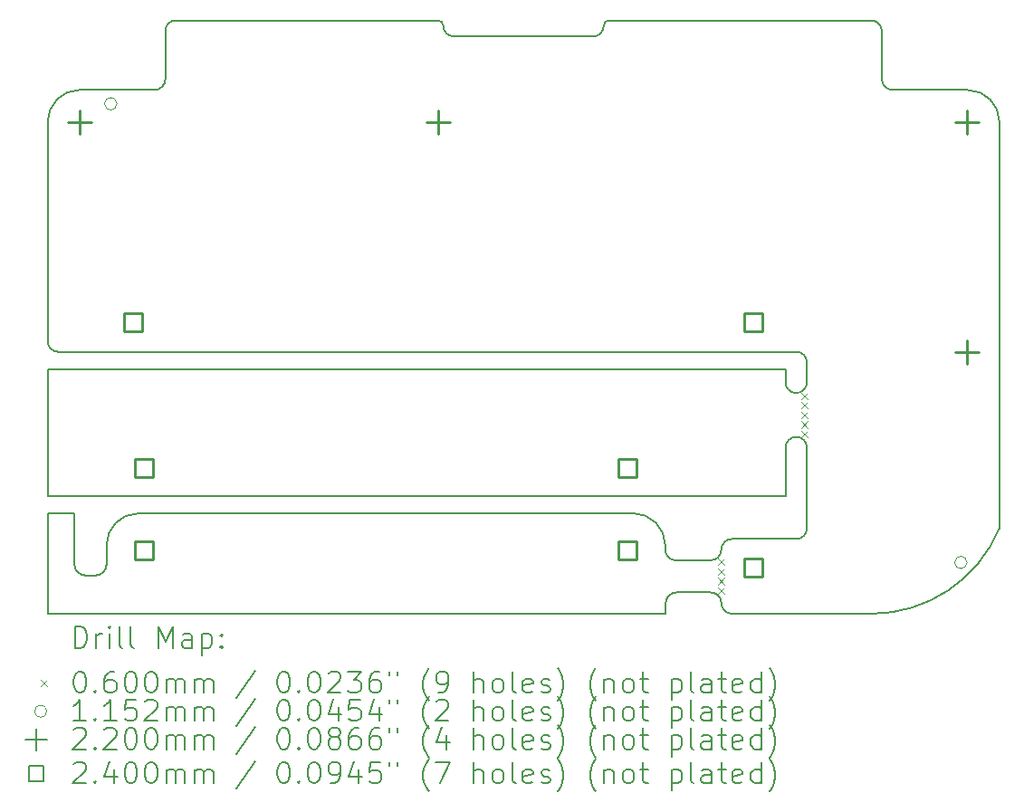
<source format=gbr>
%TF.GenerationSoftware,KiCad,Pcbnew,9.0.1-rc2*%
%TF.CreationDate,2025-04-25T20:52:25-07:00*%
%TF.ProjectId,mintypcb,6d696e74-7970-4636-922e-6b696361645f,2*%
%TF.SameCoordinates,Original*%
%TF.FileFunction,Drillmap*%
%TF.FilePolarity,Positive*%
%FSLAX45Y45*%
G04 Gerber Fmt 4.5, Leading zero omitted, Abs format (unit mm)*
G04 Created by KiCad (PCBNEW 9.0.1-rc2) date 2025-04-25 20:52:25*
%MOMM*%
%LPD*%
G01*
G04 APERTURE LIST*
%ADD10C,0.150000*%
%ADD11C,0.127000*%
%ADD12C,0.200000*%
%ADD13C,0.100000*%
%ADD14C,0.115200*%
%ADD15C,0.220000*%
%ADD16C,0.240000*%
G04 APERTURE END LIST*
D10*
X4900000Y-10600000D02*
X10680000Y-10600000D01*
X6000000Y-5600000D02*
G75*
G02*
X5900000Y-5700000I-100000J0D01*
G01*
X12800000Y-5700000D02*
X13500000Y-5700000D01*
X8550000Y-5050000D02*
G75*
G02*
X8600000Y-5100000I0J-50000D01*
G01*
X6000000Y-5600000D02*
X6000000Y-5150000D01*
X5450000Y-10140000D02*
G75*
G02*
X5350000Y-10240000I-100000J0D01*
G01*
X10100000Y-5100000D02*
G75*
G02*
X10150000Y-5050000I50000J0D01*
G01*
X4900000Y-9660000D02*
X4900000Y-10600000D01*
X10775000Y-10100000D02*
G75*
G02*
X10675000Y-10000000I0J100000D01*
G01*
X12800000Y-5700000D02*
G75*
G02*
X12700000Y-5600000I0J100000D01*
G01*
X13800000Y-9800000D02*
X13800000Y-6000000D01*
X10675000Y-9960000D02*
X10675000Y-10000000D01*
X5000000Y-8150000D02*
X11900000Y-8150000D01*
X8700000Y-5200000D02*
G75*
G02*
X8600000Y-5100000I0J100000D01*
G01*
X5350000Y-10240000D02*
X5250000Y-10240000D01*
X5250000Y-10240000D02*
G75*
G02*
X5150000Y-10140000I0J100000D01*
G01*
X11200000Y-10000000D02*
G75*
G02*
X11300000Y-9900000I100000J0D01*
G01*
X10680000Y-10600000D02*
X10680000Y-10500000D01*
X5000000Y-8150000D02*
G75*
G02*
X4900000Y-8050000I0J100000D01*
G01*
X10775000Y-10100000D02*
X11100000Y-10100000D01*
X6000000Y-5150000D02*
G75*
G02*
X6100000Y-5050000I100000J0D01*
G01*
X11100000Y-10400000D02*
G75*
G02*
X11200000Y-10500000I0J-100000D01*
G01*
X4900000Y-6000000D02*
G75*
G02*
X5200000Y-5700000I300000J0D01*
G01*
X12700000Y-5600000D02*
X12700000Y-5150000D01*
X8700000Y-5200000D02*
X10000000Y-5200000D01*
X5150000Y-10140000D02*
X5150000Y-9660000D01*
X4900000Y-9660000D02*
X5150000Y-9660000D01*
X12000000Y-8435000D02*
X12000000Y-8250000D01*
X4900000Y-6000000D02*
X4900000Y-8050000D01*
X4900000Y-8310000D02*
X11800000Y-8310000D01*
X10100000Y-5100000D02*
G75*
G02*
X10000000Y-5200000I-100000J0D01*
G01*
X8550000Y-5050000D02*
X6100000Y-5050000D01*
X12000000Y-9800000D02*
G75*
G02*
X11900000Y-9900000I-100000J0D01*
G01*
X10150000Y-5050000D02*
X12600000Y-5050000D01*
X11800000Y-9045000D02*
X11800000Y-9500000D01*
X5450000Y-9960000D02*
X5450000Y-10140000D01*
X10680000Y-10500000D02*
G75*
G02*
X10780000Y-10400000I100000J0D01*
G01*
X11900000Y-8150000D02*
G75*
G02*
X12000000Y-8250000I0J-100000D01*
G01*
X11800000Y-8435000D02*
X11800000Y-8310000D01*
X12600000Y-10600000D02*
X11300000Y-10600000D01*
X13800000Y-9800000D02*
G75*
G02*
X12600000Y-10600000I-1200000J500000D01*
G01*
X11300000Y-10600000D02*
G75*
G02*
X11200000Y-10500000I0J100000D01*
G01*
X11900000Y-9900000D02*
X11300000Y-9900000D01*
X4900000Y-9500000D02*
X4900000Y-8310000D01*
X12600000Y-5050000D02*
G75*
G02*
X12700000Y-5150000I0J-100000D01*
G01*
X11200000Y-10000000D02*
G75*
G02*
X11100000Y-10100000I-100000J0D01*
G01*
X5900000Y-5700000D02*
X5200000Y-5700000D01*
X11800000Y-9045000D02*
G75*
G02*
X11900000Y-8945000I100000J0D01*
G01*
X10780000Y-10400000D02*
X11100000Y-10400000D01*
X13500000Y-5700000D02*
G75*
G02*
X13800000Y-6000000I0J-300000D01*
G01*
X11900000Y-8945000D02*
G75*
G02*
X12000000Y-9045000I0J-100000D01*
G01*
X11900000Y-8535000D02*
G75*
G02*
X11800000Y-8435000I0J100000D01*
G01*
X12000000Y-8435000D02*
G75*
G02*
X11900000Y-8535000I-100000J0D01*
G01*
X4900000Y-9500000D02*
X11800000Y-9500000D01*
X12000000Y-9045000D02*
X12000000Y-9800000D01*
D11*
X10375000Y-9660000D02*
X5750000Y-9660000D01*
X5450000Y-9960000D02*
G75*
G02*
X5750000Y-9660000I300000J0D01*
G01*
X10375000Y-9660000D02*
G75*
G02*
X10675000Y-9960000I0J-300000D01*
G01*
D12*
D13*
X11165000Y-10085000D02*
X11225000Y-10145000D01*
X11225000Y-10085000D02*
X11165000Y-10145000D01*
X11165000Y-10175000D02*
X11225000Y-10235000D01*
X11225000Y-10175000D02*
X11165000Y-10235000D01*
X11165000Y-10265000D02*
X11225000Y-10325000D01*
X11225000Y-10265000D02*
X11165000Y-10325000D01*
X11165000Y-10355000D02*
X11225000Y-10415000D01*
X11225000Y-10355000D02*
X11165000Y-10415000D01*
X11947500Y-8530000D02*
X12007500Y-8590000D01*
X12007500Y-8530000D02*
X11947500Y-8590000D01*
X11947500Y-8620000D02*
X12007500Y-8680000D01*
X12007500Y-8620000D02*
X11947500Y-8680000D01*
X11947500Y-8710000D02*
X12007500Y-8770000D01*
X12007500Y-8710000D02*
X11947500Y-8770000D01*
X11947500Y-8800000D02*
X12007500Y-8860000D01*
X12007500Y-8800000D02*
X11947500Y-8860000D01*
X11947500Y-8890000D02*
X12007500Y-8950000D01*
X12007500Y-8890000D02*
X11947500Y-8950000D01*
D14*
X5547600Y-5830000D02*
G75*
G02*
X5432400Y-5830000I-57600J0D01*
G01*
X5432400Y-5830000D02*
G75*
G02*
X5547600Y-5830000I57600J0D01*
G01*
X13497600Y-10120000D02*
G75*
G02*
X13382400Y-10120000I-57600J0D01*
G01*
X13382400Y-10120000D02*
G75*
G02*
X13497600Y-10120000I57600J0D01*
G01*
D15*
X5200000Y-5890000D02*
X5200000Y-6110000D01*
X5090000Y-6000000D02*
X5310000Y-6000000D01*
X8550000Y-5890000D02*
X8550000Y-6110000D01*
X8440000Y-6000000D02*
X8660000Y-6000000D01*
X13500000Y-5890000D02*
X13500000Y-6110000D01*
X13390000Y-6000000D02*
X13610000Y-6000000D01*
X13500000Y-8040000D02*
X13500000Y-8260000D01*
X13390000Y-8150000D02*
X13610000Y-8150000D01*
D16*
X5784854Y-7954854D02*
X5784854Y-7785146D01*
X5615146Y-7785146D01*
X5615146Y-7954854D01*
X5784854Y-7954854D01*
X5883854Y-9317854D02*
X5883854Y-9148146D01*
X5714146Y-9148146D01*
X5714146Y-9317854D01*
X5883854Y-9317854D01*
X5884854Y-10094854D02*
X5884854Y-9925146D01*
X5715146Y-9925146D01*
X5715146Y-10094854D01*
X5884854Y-10094854D01*
X10408854Y-9317854D02*
X10408854Y-9148146D01*
X10239146Y-9148146D01*
X10239146Y-9317854D01*
X10408854Y-9317854D01*
X10409854Y-10094854D02*
X10409854Y-9925146D01*
X10240146Y-9925146D01*
X10240146Y-10094854D01*
X10409854Y-10094854D01*
X11584854Y-7954854D02*
X11584854Y-7785146D01*
X11415146Y-7785146D01*
X11415146Y-7954854D01*
X11584854Y-7954854D01*
X11584854Y-10254854D02*
X11584854Y-10085146D01*
X11415146Y-10085146D01*
X11415146Y-10254854D01*
X11584854Y-10254854D01*
D12*
X5153277Y-10918984D02*
X5153277Y-10718984D01*
X5153277Y-10718984D02*
X5200896Y-10718984D01*
X5200896Y-10718984D02*
X5229467Y-10728508D01*
X5229467Y-10728508D02*
X5248515Y-10747555D01*
X5248515Y-10747555D02*
X5258039Y-10766603D01*
X5258039Y-10766603D02*
X5267562Y-10804698D01*
X5267562Y-10804698D02*
X5267562Y-10833270D01*
X5267562Y-10833270D02*
X5258039Y-10871365D01*
X5258039Y-10871365D02*
X5248515Y-10890412D01*
X5248515Y-10890412D02*
X5229467Y-10909460D01*
X5229467Y-10909460D02*
X5200896Y-10918984D01*
X5200896Y-10918984D02*
X5153277Y-10918984D01*
X5353277Y-10918984D02*
X5353277Y-10785650D01*
X5353277Y-10823746D02*
X5362801Y-10804698D01*
X5362801Y-10804698D02*
X5372324Y-10795174D01*
X5372324Y-10795174D02*
X5391372Y-10785650D01*
X5391372Y-10785650D02*
X5410420Y-10785650D01*
X5477086Y-10918984D02*
X5477086Y-10785650D01*
X5477086Y-10718984D02*
X5467562Y-10728508D01*
X5467562Y-10728508D02*
X5477086Y-10738031D01*
X5477086Y-10738031D02*
X5486610Y-10728508D01*
X5486610Y-10728508D02*
X5477086Y-10718984D01*
X5477086Y-10718984D02*
X5477086Y-10738031D01*
X5600896Y-10918984D02*
X5581848Y-10909460D01*
X5581848Y-10909460D02*
X5572324Y-10890412D01*
X5572324Y-10890412D02*
X5572324Y-10718984D01*
X5705658Y-10918984D02*
X5686610Y-10909460D01*
X5686610Y-10909460D02*
X5677086Y-10890412D01*
X5677086Y-10890412D02*
X5677086Y-10718984D01*
X5934229Y-10918984D02*
X5934229Y-10718984D01*
X5934229Y-10718984D02*
X6000896Y-10861841D01*
X6000896Y-10861841D02*
X6067562Y-10718984D01*
X6067562Y-10718984D02*
X6067562Y-10918984D01*
X6248515Y-10918984D02*
X6248515Y-10814222D01*
X6248515Y-10814222D02*
X6238991Y-10795174D01*
X6238991Y-10795174D02*
X6219943Y-10785650D01*
X6219943Y-10785650D02*
X6181848Y-10785650D01*
X6181848Y-10785650D02*
X6162800Y-10795174D01*
X6248515Y-10909460D02*
X6229467Y-10918984D01*
X6229467Y-10918984D02*
X6181848Y-10918984D01*
X6181848Y-10918984D02*
X6162800Y-10909460D01*
X6162800Y-10909460D02*
X6153277Y-10890412D01*
X6153277Y-10890412D02*
X6153277Y-10871365D01*
X6153277Y-10871365D02*
X6162800Y-10852317D01*
X6162800Y-10852317D02*
X6181848Y-10842793D01*
X6181848Y-10842793D02*
X6229467Y-10842793D01*
X6229467Y-10842793D02*
X6248515Y-10833270D01*
X6343753Y-10785650D02*
X6343753Y-10985650D01*
X6343753Y-10795174D02*
X6362800Y-10785650D01*
X6362800Y-10785650D02*
X6400896Y-10785650D01*
X6400896Y-10785650D02*
X6419943Y-10795174D01*
X6419943Y-10795174D02*
X6429467Y-10804698D01*
X6429467Y-10804698D02*
X6438991Y-10823746D01*
X6438991Y-10823746D02*
X6438991Y-10880889D01*
X6438991Y-10880889D02*
X6429467Y-10899936D01*
X6429467Y-10899936D02*
X6419943Y-10909460D01*
X6419943Y-10909460D02*
X6400896Y-10918984D01*
X6400896Y-10918984D02*
X6362800Y-10918984D01*
X6362800Y-10918984D02*
X6343753Y-10909460D01*
X6524705Y-10899936D02*
X6534229Y-10909460D01*
X6534229Y-10909460D02*
X6524705Y-10918984D01*
X6524705Y-10918984D02*
X6515181Y-10909460D01*
X6515181Y-10909460D02*
X6524705Y-10899936D01*
X6524705Y-10899936D02*
X6524705Y-10918984D01*
X6524705Y-10795174D02*
X6534229Y-10804698D01*
X6534229Y-10804698D02*
X6524705Y-10814222D01*
X6524705Y-10814222D02*
X6515181Y-10804698D01*
X6515181Y-10804698D02*
X6524705Y-10795174D01*
X6524705Y-10795174D02*
X6524705Y-10814222D01*
D13*
X4832500Y-11217500D02*
X4892500Y-11277500D01*
X4892500Y-11217500D02*
X4832500Y-11277500D01*
D12*
X5191372Y-11138984D02*
X5210420Y-11138984D01*
X5210420Y-11138984D02*
X5229467Y-11148508D01*
X5229467Y-11148508D02*
X5238991Y-11158031D01*
X5238991Y-11158031D02*
X5248515Y-11177079D01*
X5248515Y-11177079D02*
X5258039Y-11215174D01*
X5258039Y-11215174D02*
X5258039Y-11262793D01*
X5258039Y-11262793D02*
X5248515Y-11300888D01*
X5248515Y-11300888D02*
X5238991Y-11319936D01*
X5238991Y-11319936D02*
X5229467Y-11329460D01*
X5229467Y-11329460D02*
X5210420Y-11338984D01*
X5210420Y-11338984D02*
X5191372Y-11338984D01*
X5191372Y-11338984D02*
X5172324Y-11329460D01*
X5172324Y-11329460D02*
X5162801Y-11319936D01*
X5162801Y-11319936D02*
X5153277Y-11300888D01*
X5153277Y-11300888D02*
X5143753Y-11262793D01*
X5143753Y-11262793D02*
X5143753Y-11215174D01*
X5143753Y-11215174D02*
X5153277Y-11177079D01*
X5153277Y-11177079D02*
X5162801Y-11158031D01*
X5162801Y-11158031D02*
X5172324Y-11148508D01*
X5172324Y-11148508D02*
X5191372Y-11138984D01*
X5343753Y-11319936D02*
X5353277Y-11329460D01*
X5353277Y-11329460D02*
X5343753Y-11338984D01*
X5343753Y-11338984D02*
X5334229Y-11329460D01*
X5334229Y-11329460D02*
X5343753Y-11319936D01*
X5343753Y-11319936D02*
X5343753Y-11338984D01*
X5524705Y-11138984D02*
X5486610Y-11138984D01*
X5486610Y-11138984D02*
X5467562Y-11148508D01*
X5467562Y-11148508D02*
X5458039Y-11158031D01*
X5458039Y-11158031D02*
X5438991Y-11186603D01*
X5438991Y-11186603D02*
X5429467Y-11224698D01*
X5429467Y-11224698D02*
X5429467Y-11300888D01*
X5429467Y-11300888D02*
X5438991Y-11319936D01*
X5438991Y-11319936D02*
X5448515Y-11329460D01*
X5448515Y-11329460D02*
X5467562Y-11338984D01*
X5467562Y-11338984D02*
X5505658Y-11338984D01*
X5505658Y-11338984D02*
X5524705Y-11329460D01*
X5524705Y-11329460D02*
X5534229Y-11319936D01*
X5534229Y-11319936D02*
X5543753Y-11300888D01*
X5543753Y-11300888D02*
X5543753Y-11253269D01*
X5543753Y-11253269D02*
X5534229Y-11234222D01*
X5534229Y-11234222D02*
X5524705Y-11224698D01*
X5524705Y-11224698D02*
X5505658Y-11215174D01*
X5505658Y-11215174D02*
X5467562Y-11215174D01*
X5467562Y-11215174D02*
X5448515Y-11224698D01*
X5448515Y-11224698D02*
X5438991Y-11234222D01*
X5438991Y-11234222D02*
X5429467Y-11253269D01*
X5667562Y-11138984D02*
X5686610Y-11138984D01*
X5686610Y-11138984D02*
X5705658Y-11148508D01*
X5705658Y-11148508D02*
X5715181Y-11158031D01*
X5715181Y-11158031D02*
X5724705Y-11177079D01*
X5724705Y-11177079D02*
X5734229Y-11215174D01*
X5734229Y-11215174D02*
X5734229Y-11262793D01*
X5734229Y-11262793D02*
X5724705Y-11300888D01*
X5724705Y-11300888D02*
X5715181Y-11319936D01*
X5715181Y-11319936D02*
X5705658Y-11329460D01*
X5705658Y-11329460D02*
X5686610Y-11338984D01*
X5686610Y-11338984D02*
X5667562Y-11338984D01*
X5667562Y-11338984D02*
X5648515Y-11329460D01*
X5648515Y-11329460D02*
X5638991Y-11319936D01*
X5638991Y-11319936D02*
X5629467Y-11300888D01*
X5629467Y-11300888D02*
X5619943Y-11262793D01*
X5619943Y-11262793D02*
X5619943Y-11215174D01*
X5619943Y-11215174D02*
X5629467Y-11177079D01*
X5629467Y-11177079D02*
X5638991Y-11158031D01*
X5638991Y-11158031D02*
X5648515Y-11148508D01*
X5648515Y-11148508D02*
X5667562Y-11138984D01*
X5858039Y-11138984D02*
X5877086Y-11138984D01*
X5877086Y-11138984D02*
X5896134Y-11148508D01*
X5896134Y-11148508D02*
X5905658Y-11158031D01*
X5905658Y-11158031D02*
X5915181Y-11177079D01*
X5915181Y-11177079D02*
X5924705Y-11215174D01*
X5924705Y-11215174D02*
X5924705Y-11262793D01*
X5924705Y-11262793D02*
X5915181Y-11300888D01*
X5915181Y-11300888D02*
X5905658Y-11319936D01*
X5905658Y-11319936D02*
X5896134Y-11329460D01*
X5896134Y-11329460D02*
X5877086Y-11338984D01*
X5877086Y-11338984D02*
X5858039Y-11338984D01*
X5858039Y-11338984D02*
X5838991Y-11329460D01*
X5838991Y-11329460D02*
X5829467Y-11319936D01*
X5829467Y-11319936D02*
X5819943Y-11300888D01*
X5819943Y-11300888D02*
X5810420Y-11262793D01*
X5810420Y-11262793D02*
X5810420Y-11215174D01*
X5810420Y-11215174D02*
X5819943Y-11177079D01*
X5819943Y-11177079D02*
X5829467Y-11158031D01*
X5829467Y-11158031D02*
X5838991Y-11148508D01*
X5838991Y-11148508D02*
X5858039Y-11138984D01*
X6010420Y-11338984D02*
X6010420Y-11205650D01*
X6010420Y-11224698D02*
X6019943Y-11215174D01*
X6019943Y-11215174D02*
X6038991Y-11205650D01*
X6038991Y-11205650D02*
X6067562Y-11205650D01*
X6067562Y-11205650D02*
X6086610Y-11215174D01*
X6086610Y-11215174D02*
X6096134Y-11234222D01*
X6096134Y-11234222D02*
X6096134Y-11338984D01*
X6096134Y-11234222D02*
X6105658Y-11215174D01*
X6105658Y-11215174D02*
X6124705Y-11205650D01*
X6124705Y-11205650D02*
X6153277Y-11205650D01*
X6153277Y-11205650D02*
X6172324Y-11215174D01*
X6172324Y-11215174D02*
X6181848Y-11234222D01*
X6181848Y-11234222D02*
X6181848Y-11338984D01*
X6277086Y-11338984D02*
X6277086Y-11205650D01*
X6277086Y-11224698D02*
X6286610Y-11215174D01*
X6286610Y-11215174D02*
X6305658Y-11205650D01*
X6305658Y-11205650D02*
X6334229Y-11205650D01*
X6334229Y-11205650D02*
X6353277Y-11215174D01*
X6353277Y-11215174D02*
X6362801Y-11234222D01*
X6362801Y-11234222D02*
X6362801Y-11338984D01*
X6362801Y-11234222D02*
X6372324Y-11215174D01*
X6372324Y-11215174D02*
X6391372Y-11205650D01*
X6391372Y-11205650D02*
X6419943Y-11205650D01*
X6419943Y-11205650D02*
X6438991Y-11215174D01*
X6438991Y-11215174D02*
X6448515Y-11234222D01*
X6448515Y-11234222D02*
X6448515Y-11338984D01*
X6838991Y-11129460D02*
X6667563Y-11386603D01*
X7096134Y-11138984D02*
X7115182Y-11138984D01*
X7115182Y-11138984D02*
X7134229Y-11148508D01*
X7134229Y-11148508D02*
X7143753Y-11158031D01*
X7143753Y-11158031D02*
X7153277Y-11177079D01*
X7153277Y-11177079D02*
X7162801Y-11215174D01*
X7162801Y-11215174D02*
X7162801Y-11262793D01*
X7162801Y-11262793D02*
X7153277Y-11300888D01*
X7153277Y-11300888D02*
X7143753Y-11319936D01*
X7143753Y-11319936D02*
X7134229Y-11329460D01*
X7134229Y-11329460D02*
X7115182Y-11338984D01*
X7115182Y-11338984D02*
X7096134Y-11338984D01*
X7096134Y-11338984D02*
X7077086Y-11329460D01*
X7077086Y-11329460D02*
X7067563Y-11319936D01*
X7067563Y-11319936D02*
X7058039Y-11300888D01*
X7058039Y-11300888D02*
X7048515Y-11262793D01*
X7048515Y-11262793D02*
X7048515Y-11215174D01*
X7048515Y-11215174D02*
X7058039Y-11177079D01*
X7058039Y-11177079D02*
X7067563Y-11158031D01*
X7067563Y-11158031D02*
X7077086Y-11148508D01*
X7077086Y-11148508D02*
X7096134Y-11138984D01*
X7248515Y-11319936D02*
X7258039Y-11329460D01*
X7258039Y-11329460D02*
X7248515Y-11338984D01*
X7248515Y-11338984D02*
X7238991Y-11329460D01*
X7238991Y-11329460D02*
X7248515Y-11319936D01*
X7248515Y-11319936D02*
X7248515Y-11338984D01*
X7381848Y-11138984D02*
X7400896Y-11138984D01*
X7400896Y-11138984D02*
X7419944Y-11148508D01*
X7419944Y-11148508D02*
X7429467Y-11158031D01*
X7429467Y-11158031D02*
X7438991Y-11177079D01*
X7438991Y-11177079D02*
X7448515Y-11215174D01*
X7448515Y-11215174D02*
X7448515Y-11262793D01*
X7448515Y-11262793D02*
X7438991Y-11300888D01*
X7438991Y-11300888D02*
X7429467Y-11319936D01*
X7429467Y-11319936D02*
X7419944Y-11329460D01*
X7419944Y-11329460D02*
X7400896Y-11338984D01*
X7400896Y-11338984D02*
X7381848Y-11338984D01*
X7381848Y-11338984D02*
X7362801Y-11329460D01*
X7362801Y-11329460D02*
X7353277Y-11319936D01*
X7353277Y-11319936D02*
X7343753Y-11300888D01*
X7343753Y-11300888D02*
X7334229Y-11262793D01*
X7334229Y-11262793D02*
X7334229Y-11215174D01*
X7334229Y-11215174D02*
X7343753Y-11177079D01*
X7343753Y-11177079D02*
X7353277Y-11158031D01*
X7353277Y-11158031D02*
X7362801Y-11148508D01*
X7362801Y-11148508D02*
X7381848Y-11138984D01*
X7524705Y-11158031D02*
X7534229Y-11148508D01*
X7534229Y-11148508D02*
X7553277Y-11138984D01*
X7553277Y-11138984D02*
X7600896Y-11138984D01*
X7600896Y-11138984D02*
X7619944Y-11148508D01*
X7619944Y-11148508D02*
X7629467Y-11158031D01*
X7629467Y-11158031D02*
X7638991Y-11177079D01*
X7638991Y-11177079D02*
X7638991Y-11196127D01*
X7638991Y-11196127D02*
X7629467Y-11224698D01*
X7629467Y-11224698D02*
X7515182Y-11338984D01*
X7515182Y-11338984D02*
X7638991Y-11338984D01*
X7705658Y-11138984D02*
X7829467Y-11138984D01*
X7829467Y-11138984D02*
X7762801Y-11215174D01*
X7762801Y-11215174D02*
X7791372Y-11215174D01*
X7791372Y-11215174D02*
X7810420Y-11224698D01*
X7810420Y-11224698D02*
X7819944Y-11234222D01*
X7819944Y-11234222D02*
X7829467Y-11253269D01*
X7829467Y-11253269D02*
X7829467Y-11300888D01*
X7829467Y-11300888D02*
X7819944Y-11319936D01*
X7819944Y-11319936D02*
X7810420Y-11329460D01*
X7810420Y-11329460D02*
X7791372Y-11338984D01*
X7791372Y-11338984D02*
X7734229Y-11338984D01*
X7734229Y-11338984D02*
X7715182Y-11329460D01*
X7715182Y-11329460D02*
X7705658Y-11319936D01*
X8000896Y-11138984D02*
X7962801Y-11138984D01*
X7962801Y-11138984D02*
X7943753Y-11148508D01*
X7943753Y-11148508D02*
X7934229Y-11158031D01*
X7934229Y-11158031D02*
X7915182Y-11186603D01*
X7915182Y-11186603D02*
X7905658Y-11224698D01*
X7905658Y-11224698D02*
X7905658Y-11300888D01*
X7905658Y-11300888D02*
X7915182Y-11319936D01*
X7915182Y-11319936D02*
X7924705Y-11329460D01*
X7924705Y-11329460D02*
X7943753Y-11338984D01*
X7943753Y-11338984D02*
X7981848Y-11338984D01*
X7981848Y-11338984D02*
X8000896Y-11329460D01*
X8000896Y-11329460D02*
X8010420Y-11319936D01*
X8010420Y-11319936D02*
X8019944Y-11300888D01*
X8019944Y-11300888D02*
X8019944Y-11253269D01*
X8019944Y-11253269D02*
X8010420Y-11234222D01*
X8010420Y-11234222D02*
X8000896Y-11224698D01*
X8000896Y-11224698D02*
X7981848Y-11215174D01*
X7981848Y-11215174D02*
X7943753Y-11215174D01*
X7943753Y-11215174D02*
X7924705Y-11224698D01*
X7924705Y-11224698D02*
X7915182Y-11234222D01*
X7915182Y-11234222D02*
X7905658Y-11253269D01*
X8096134Y-11138984D02*
X8096134Y-11177079D01*
X8172325Y-11138984D02*
X8172325Y-11177079D01*
X8467563Y-11415174D02*
X8458039Y-11405650D01*
X8458039Y-11405650D02*
X8438991Y-11377079D01*
X8438991Y-11377079D02*
X8429468Y-11358031D01*
X8429468Y-11358031D02*
X8419944Y-11329460D01*
X8419944Y-11329460D02*
X8410420Y-11281841D01*
X8410420Y-11281841D02*
X8410420Y-11243746D01*
X8410420Y-11243746D02*
X8419944Y-11196127D01*
X8419944Y-11196127D02*
X8429468Y-11167555D01*
X8429468Y-11167555D02*
X8438991Y-11148508D01*
X8438991Y-11148508D02*
X8458039Y-11119936D01*
X8458039Y-11119936D02*
X8467563Y-11110412D01*
X8553277Y-11338984D02*
X8591372Y-11338984D01*
X8591372Y-11338984D02*
X8610420Y-11329460D01*
X8610420Y-11329460D02*
X8619944Y-11319936D01*
X8619944Y-11319936D02*
X8638991Y-11291365D01*
X8638991Y-11291365D02*
X8648515Y-11253269D01*
X8648515Y-11253269D02*
X8648515Y-11177079D01*
X8648515Y-11177079D02*
X8638991Y-11158031D01*
X8638991Y-11158031D02*
X8629468Y-11148508D01*
X8629468Y-11148508D02*
X8610420Y-11138984D01*
X8610420Y-11138984D02*
X8572325Y-11138984D01*
X8572325Y-11138984D02*
X8553277Y-11148508D01*
X8553277Y-11148508D02*
X8543753Y-11158031D01*
X8543753Y-11158031D02*
X8534229Y-11177079D01*
X8534229Y-11177079D02*
X8534229Y-11224698D01*
X8534229Y-11224698D02*
X8543753Y-11243746D01*
X8543753Y-11243746D02*
X8553277Y-11253269D01*
X8553277Y-11253269D02*
X8572325Y-11262793D01*
X8572325Y-11262793D02*
X8610420Y-11262793D01*
X8610420Y-11262793D02*
X8629468Y-11253269D01*
X8629468Y-11253269D02*
X8638991Y-11243746D01*
X8638991Y-11243746D02*
X8648515Y-11224698D01*
X8886610Y-11338984D02*
X8886610Y-11138984D01*
X8972325Y-11338984D02*
X8972325Y-11234222D01*
X8972325Y-11234222D02*
X8962801Y-11215174D01*
X8962801Y-11215174D02*
X8943753Y-11205650D01*
X8943753Y-11205650D02*
X8915182Y-11205650D01*
X8915182Y-11205650D02*
X8896134Y-11215174D01*
X8896134Y-11215174D02*
X8886610Y-11224698D01*
X9096134Y-11338984D02*
X9077087Y-11329460D01*
X9077087Y-11329460D02*
X9067563Y-11319936D01*
X9067563Y-11319936D02*
X9058039Y-11300888D01*
X9058039Y-11300888D02*
X9058039Y-11243746D01*
X9058039Y-11243746D02*
X9067563Y-11224698D01*
X9067563Y-11224698D02*
X9077087Y-11215174D01*
X9077087Y-11215174D02*
X9096134Y-11205650D01*
X9096134Y-11205650D02*
X9124706Y-11205650D01*
X9124706Y-11205650D02*
X9143753Y-11215174D01*
X9143753Y-11215174D02*
X9153277Y-11224698D01*
X9153277Y-11224698D02*
X9162801Y-11243746D01*
X9162801Y-11243746D02*
X9162801Y-11300888D01*
X9162801Y-11300888D02*
X9153277Y-11319936D01*
X9153277Y-11319936D02*
X9143753Y-11329460D01*
X9143753Y-11329460D02*
X9124706Y-11338984D01*
X9124706Y-11338984D02*
X9096134Y-11338984D01*
X9277087Y-11338984D02*
X9258039Y-11329460D01*
X9258039Y-11329460D02*
X9248515Y-11310412D01*
X9248515Y-11310412D02*
X9248515Y-11138984D01*
X9429468Y-11329460D02*
X9410420Y-11338984D01*
X9410420Y-11338984D02*
X9372325Y-11338984D01*
X9372325Y-11338984D02*
X9353277Y-11329460D01*
X9353277Y-11329460D02*
X9343753Y-11310412D01*
X9343753Y-11310412D02*
X9343753Y-11234222D01*
X9343753Y-11234222D02*
X9353277Y-11215174D01*
X9353277Y-11215174D02*
X9372325Y-11205650D01*
X9372325Y-11205650D02*
X9410420Y-11205650D01*
X9410420Y-11205650D02*
X9429468Y-11215174D01*
X9429468Y-11215174D02*
X9438991Y-11234222D01*
X9438991Y-11234222D02*
X9438991Y-11253269D01*
X9438991Y-11253269D02*
X9343753Y-11272317D01*
X9515182Y-11329460D02*
X9534230Y-11338984D01*
X9534230Y-11338984D02*
X9572325Y-11338984D01*
X9572325Y-11338984D02*
X9591372Y-11329460D01*
X9591372Y-11329460D02*
X9600896Y-11310412D01*
X9600896Y-11310412D02*
X9600896Y-11300888D01*
X9600896Y-11300888D02*
X9591372Y-11281841D01*
X9591372Y-11281841D02*
X9572325Y-11272317D01*
X9572325Y-11272317D02*
X9543753Y-11272317D01*
X9543753Y-11272317D02*
X9524706Y-11262793D01*
X9524706Y-11262793D02*
X9515182Y-11243746D01*
X9515182Y-11243746D02*
X9515182Y-11234222D01*
X9515182Y-11234222D02*
X9524706Y-11215174D01*
X9524706Y-11215174D02*
X9543753Y-11205650D01*
X9543753Y-11205650D02*
X9572325Y-11205650D01*
X9572325Y-11205650D02*
X9591372Y-11215174D01*
X9667563Y-11415174D02*
X9677087Y-11405650D01*
X9677087Y-11405650D02*
X9696134Y-11377079D01*
X9696134Y-11377079D02*
X9705658Y-11358031D01*
X9705658Y-11358031D02*
X9715182Y-11329460D01*
X9715182Y-11329460D02*
X9724706Y-11281841D01*
X9724706Y-11281841D02*
X9724706Y-11243746D01*
X9724706Y-11243746D02*
X9715182Y-11196127D01*
X9715182Y-11196127D02*
X9705658Y-11167555D01*
X9705658Y-11167555D02*
X9696134Y-11148508D01*
X9696134Y-11148508D02*
X9677087Y-11119936D01*
X9677087Y-11119936D02*
X9667563Y-11110412D01*
X10029468Y-11415174D02*
X10019944Y-11405650D01*
X10019944Y-11405650D02*
X10000896Y-11377079D01*
X10000896Y-11377079D02*
X9991372Y-11358031D01*
X9991372Y-11358031D02*
X9981849Y-11329460D01*
X9981849Y-11329460D02*
X9972325Y-11281841D01*
X9972325Y-11281841D02*
X9972325Y-11243746D01*
X9972325Y-11243746D02*
X9981849Y-11196127D01*
X9981849Y-11196127D02*
X9991372Y-11167555D01*
X9991372Y-11167555D02*
X10000896Y-11148508D01*
X10000896Y-11148508D02*
X10019944Y-11119936D01*
X10019944Y-11119936D02*
X10029468Y-11110412D01*
X10105658Y-11205650D02*
X10105658Y-11338984D01*
X10105658Y-11224698D02*
X10115182Y-11215174D01*
X10115182Y-11215174D02*
X10134230Y-11205650D01*
X10134230Y-11205650D02*
X10162801Y-11205650D01*
X10162801Y-11205650D02*
X10181849Y-11215174D01*
X10181849Y-11215174D02*
X10191372Y-11234222D01*
X10191372Y-11234222D02*
X10191372Y-11338984D01*
X10315182Y-11338984D02*
X10296134Y-11329460D01*
X10296134Y-11329460D02*
X10286611Y-11319936D01*
X10286611Y-11319936D02*
X10277087Y-11300888D01*
X10277087Y-11300888D02*
X10277087Y-11243746D01*
X10277087Y-11243746D02*
X10286611Y-11224698D01*
X10286611Y-11224698D02*
X10296134Y-11215174D01*
X10296134Y-11215174D02*
X10315182Y-11205650D01*
X10315182Y-11205650D02*
X10343753Y-11205650D01*
X10343753Y-11205650D02*
X10362801Y-11215174D01*
X10362801Y-11215174D02*
X10372325Y-11224698D01*
X10372325Y-11224698D02*
X10381849Y-11243746D01*
X10381849Y-11243746D02*
X10381849Y-11300888D01*
X10381849Y-11300888D02*
X10372325Y-11319936D01*
X10372325Y-11319936D02*
X10362801Y-11329460D01*
X10362801Y-11329460D02*
X10343753Y-11338984D01*
X10343753Y-11338984D02*
X10315182Y-11338984D01*
X10438992Y-11205650D02*
X10515182Y-11205650D01*
X10467563Y-11138984D02*
X10467563Y-11310412D01*
X10467563Y-11310412D02*
X10477087Y-11329460D01*
X10477087Y-11329460D02*
X10496134Y-11338984D01*
X10496134Y-11338984D02*
X10515182Y-11338984D01*
X10734230Y-11205650D02*
X10734230Y-11405650D01*
X10734230Y-11215174D02*
X10753277Y-11205650D01*
X10753277Y-11205650D02*
X10791373Y-11205650D01*
X10791373Y-11205650D02*
X10810420Y-11215174D01*
X10810420Y-11215174D02*
X10819944Y-11224698D01*
X10819944Y-11224698D02*
X10829468Y-11243746D01*
X10829468Y-11243746D02*
X10829468Y-11300888D01*
X10829468Y-11300888D02*
X10819944Y-11319936D01*
X10819944Y-11319936D02*
X10810420Y-11329460D01*
X10810420Y-11329460D02*
X10791373Y-11338984D01*
X10791373Y-11338984D02*
X10753277Y-11338984D01*
X10753277Y-11338984D02*
X10734230Y-11329460D01*
X10943753Y-11338984D02*
X10924706Y-11329460D01*
X10924706Y-11329460D02*
X10915182Y-11310412D01*
X10915182Y-11310412D02*
X10915182Y-11138984D01*
X11105658Y-11338984D02*
X11105658Y-11234222D01*
X11105658Y-11234222D02*
X11096134Y-11215174D01*
X11096134Y-11215174D02*
X11077087Y-11205650D01*
X11077087Y-11205650D02*
X11038992Y-11205650D01*
X11038992Y-11205650D02*
X11019944Y-11215174D01*
X11105658Y-11329460D02*
X11086611Y-11338984D01*
X11086611Y-11338984D02*
X11038992Y-11338984D01*
X11038992Y-11338984D02*
X11019944Y-11329460D01*
X11019944Y-11329460D02*
X11010420Y-11310412D01*
X11010420Y-11310412D02*
X11010420Y-11291365D01*
X11010420Y-11291365D02*
X11019944Y-11272317D01*
X11019944Y-11272317D02*
X11038992Y-11262793D01*
X11038992Y-11262793D02*
X11086611Y-11262793D01*
X11086611Y-11262793D02*
X11105658Y-11253269D01*
X11172325Y-11205650D02*
X11248515Y-11205650D01*
X11200896Y-11138984D02*
X11200896Y-11310412D01*
X11200896Y-11310412D02*
X11210420Y-11329460D01*
X11210420Y-11329460D02*
X11229468Y-11338984D01*
X11229468Y-11338984D02*
X11248515Y-11338984D01*
X11391372Y-11329460D02*
X11372325Y-11338984D01*
X11372325Y-11338984D02*
X11334230Y-11338984D01*
X11334230Y-11338984D02*
X11315182Y-11329460D01*
X11315182Y-11329460D02*
X11305658Y-11310412D01*
X11305658Y-11310412D02*
X11305658Y-11234222D01*
X11305658Y-11234222D02*
X11315182Y-11215174D01*
X11315182Y-11215174D02*
X11334230Y-11205650D01*
X11334230Y-11205650D02*
X11372325Y-11205650D01*
X11372325Y-11205650D02*
X11391372Y-11215174D01*
X11391372Y-11215174D02*
X11400896Y-11234222D01*
X11400896Y-11234222D02*
X11400896Y-11253269D01*
X11400896Y-11253269D02*
X11305658Y-11272317D01*
X11572325Y-11338984D02*
X11572325Y-11138984D01*
X11572325Y-11329460D02*
X11553277Y-11338984D01*
X11553277Y-11338984D02*
X11515182Y-11338984D01*
X11515182Y-11338984D02*
X11496134Y-11329460D01*
X11496134Y-11329460D02*
X11486611Y-11319936D01*
X11486611Y-11319936D02*
X11477087Y-11300888D01*
X11477087Y-11300888D02*
X11477087Y-11243746D01*
X11477087Y-11243746D02*
X11486611Y-11224698D01*
X11486611Y-11224698D02*
X11496134Y-11215174D01*
X11496134Y-11215174D02*
X11515182Y-11205650D01*
X11515182Y-11205650D02*
X11553277Y-11205650D01*
X11553277Y-11205650D02*
X11572325Y-11215174D01*
X11648515Y-11415174D02*
X11658039Y-11405650D01*
X11658039Y-11405650D02*
X11677087Y-11377079D01*
X11677087Y-11377079D02*
X11686611Y-11358031D01*
X11686611Y-11358031D02*
X11696134Y-11329460D01*
X11696134Y-11329460D02*
X11705658Y-11281841D01*
X11705658Y-11281841D02*
X11705658Y-11243746D01*
X11705658Y-11243746D02*
X11696134Y-11196127D01*
X11696134Y-11196127D02*
X11686611Y-11167555D01*
X11686611Y-11167555D02*
X11677087Y-11148508D01*
X11677087Y-11148508D02*
X11658039Y-11119936D01*
X11658039Y-11119936D02*
X11648515Y-11110412D01*
D14*
X4892500Y-11511500D02*
G75*
G02*
X4777300Y-11511500I-57600J0D01*
G01*
X4777300Y-11511500D02*
G75*
G02*
X4892500Y-11511500I57600J0D01*
G01*
D12*
X5258039Y-11602984D02*
X5143753Y-11602984D01*
X5200896Y-11602984D02*
X5200896Y-11402984D01*
X5200896Y-11402984D02*
X5181848Y-11431555D01*
X5181848Y-11431555D02*
X5162801Y-11450603D01*
X5162801Y-11450603D02*
X5143753Y-11460127D01*
X5343753Y-11583936D02*
X5353277Y-11593460D01*
X5353277Y-11593460D02*
X5343753Y-11602984D01*
X5343753Y-11602984D02*
X5334229Y-11593460D01*
X5334229Y-11593460D02*
X5343753Y-11583936D01*
X5343753Y-11583936D02*
X5343753Y-11602984D01*
X5543753Y-11602984D02*
X5429467Y-11602984D01*
X5486610Y-11602984D02*
X5486610Y-11402984D01*
X5486610Y-11402984D02*
X5467562Y-11431555D01*
X5467562Y-11431555D02*
X5448515Y-11450603D01*
X5448515Y-11450603D02*
X5429467Y-11460127D01*
X5724705Y-11402984D02*
X5629467Y-11402984D01*
X5629467Y-11402984D02*
X5619943Y-11498222D01*
X5619943Y-11498222D02*
X5629467Y-11488698D01*
X5629467Y-11488698D02*
X5648515Y-11479174D01*
X5648515Y-11479174D02*
X5696134Y-11479174D01*
X5696134Y-11479174D02*
X5715181Y-11488698D01*
X5715181Y-11488698D02*
X5724705Y-11498222D01*
X5724705Y-11498222D02*
X5734229Y-11517269D01*
X5734229Y-11517269D02*
X5734229Y-11564888D01*
X5734229Y-11564888D02*
X5724705Y-11583936D01*
X5724705Y-11583936D02*
X5715181Y-11593460D01*
X5715181Y-11593460D02*
X5696134Y-11602984D01*
X5696134Y-11602984D02*
X5648515Y-11602984D01*
X5648515Y-11602984D02*
X5629467Y-11593460D01*
X5629467Y-11593460D02*
X5619943Y-11583936D01*
X5810420Y-11422031D02*
X5819943Y-11412508D01*
X5819943Y-11412508D02*
X5838991Y-11402984D01*
X5838991Y-11402984D02*
X5886610Y-11402984D01*
X5886610Y-11402984D02*
X5905658Y-11412508D01*
X5905658Y-11412508D02*
X5915181Y-11422031D01*
X5915181Y-11422031D02*
X5924705Y-11441079D01*
X5924705Y-11441079D02*
X5924705Y-11460127D01*
X5924705Y-11460127D02*
X5915181Y-11488698D01*
X5915181Y-11488698D02*
X5800896Y-11602984D01*
X5800896Y-11602984D02*
X5924705Y-11602984D01*
X6010420Y-11602984D02*
X6010420Y-11469650D01*
X6010420Y-11488698D02*
X6019943Y-11479174D01*
X6019943Y-11479174D02*
X6038991Y-11469650D01*
X6038991Y-11469650D02*
X6067562Y-11469650D01*
X6067562Y-11469650D02*
X6086610Y-11479174D01*
X6086610Y-11479174D02*
X6096134Y-11498222D01*
X6096134Y-11498222D02*
X6096134Y-11602984D01*
X6096134Y-11498222D02*
X6105658Y-11479174D01*
X6105658Y-11479174D02*
X6124705Y-11469650D01*
X6124705Y-11469650D02*
X6153277Y-11469650D01*
X6153277Y-11469650D02*
X6172324Y-11479174D01*
X6172324Y-11479174D02*
X6181848Y-11498222D01*
X6181848Y-11498222D02*
X6181848Y-11602984D01*
X6277086Y-11602984D02*
X6277086Y-11469650D01*
X6277086Y-11488698D02*
X6286610Y-11479174D01*
X6286610Y-11479174D02*
X6305658Y-11469650D01*
X6305658Y-11469650D02*
X6334229Y-11469650D01*
X6334229Y-11469650D02*
X6353277Y-11479174D01*
X6353277Y-11479174D02*
X6362801Y-11498222D01*
X6362801Y-11498222D02*
X6362801Y-11602984D01*
X6362801Y-11498222D02*
X6372324Y-11479174D01*
X6372324Y-11479174D02*
X6391372Y-11469650D01*
X6391372Y-11469650D02*
X6419943Y-11469650D01*
X6419943Y-11469650D02*
X6438991Y-11479174D01*
X6438991Y-11479174D02*
X6448515Y-11498222D01*
X6448515Y-11498222D02*
X6448515Y-11602984D01*
X6838991Y-11393460D02*
X6667563Y-11650603D01*
X7096134Y-11402984D02*
X7115182Y-11402984D01*
X7115182Y-11402984D02*
X7134229Y-11412508D01*
X7134229Y-11412508D02*
X7143753Y-11422031D01*
X7143753Y-11422031D02*
X7153277Y-11441079D01*
X7153277Y-11441079D02*
X7162801Y-11479174D01*
X7162801Y-11479174D02*
X7162801Y-11526793D01*
X7162801Y-11526793D02*
X7153277Y-11564888D01*
X7153277Y-11564888D02*
X7143753Y-11583936D01*
X7143753Y-11583936D02*
X7134229Y-11593460D01*
X7134229Y-11593460D02*
X7115182Y-11602984D01*
X7115182Y-11602984D02*
X7096134Y-11602984D01*
X7096134Y-11602984D02*
X7077086Y-11593460D01*
X7077086Y-11593460D02*
X7067563Y-11583936D01*
X7067563Y-11583936D02*
X7058039Y-11564888D01*
X7058039Y-11564888D02*
X7048515Y-11526793D01*
X7048515Y-11526793D02*
X7048515Y-11479174D01*
X7048515Y-11479174D02*
X7058039Y-11441079D01*
X7058039Y-11441079D02*
X7067563Y-11422031D01*
X7067563Y-11422031D02*
X7077086Y-11412508D01*
X7077086Y-11412508D02*
X7096134Y-11402984D01*
X7248515Y-11583936D02*
X7258039Y-11593460D01*
X7258039Y-11593460D02*
X7248515Y-11602984D01*
X7248515Y-11602984D02*
X7238991Y-11593460D01*
X7238991Y-11593460D02*
X7248515Y-11583936D01*
X7248515Y-11583936D02*
X7248515Y-11602984D01*
X7381848Y-11402984D02*
X7400896Y-11402984D01*
X7400896Y-11402984D02*
X7419944Y-11412508D01*
X7419944Y-11412508D02*
X7429467Y-11422031D01*
X7429467Y-11422031D02*
X7438991Y-11441079D01*
X7438991Y-11441079D02*
X7448515Y-11479174D01*
X7448515Y-11479174D02*
X7448515Y-11526793D01*
X7448515Y-11526793D02*
X7438991Y-11564888D01*
X7438991Y-11564888D02*
X7429467Y-11583936D01*
X7429467Y-11583936D02*
X7419944Y-11593460D01*
X7419944Y-11593460D02*
X7400896Y-11602984D01*
X7400896Y-11602984D02*
X7381848Y-11602984D01*
X7381848Y-11602984D02*
X7362801Y-11593460D01*
X7362801Y-11593460D02*
X7353277Y-11583936D01*
X7353277Y-11583936D02*
X7343753Y-11564888D01*
X7343753Y-11564888D02*
X7334229Y-11526793D01*
X7334229Y-11526793D02*
X7334229Y-11479174D01*
X7334229Y-11479174D02*
X7343753Y-11441079D01*
X7343753Y-11441079D02*
X7353277Y-11422031D01*
X7353277Y-11422031D02*
X7362801Y-11412508D01*
X7362801Y-11412508D02*
X7381848Y-11402984D01*
X7619944Y-11469650D02*
X7619944Y-11602984D01*
X7572324Y-11393460D02*
X7524705Y-11536317D01*
X7524705Y-11536317D02*
X7648515Y-11536317D01*
X7819944Y-11402984D02*
X7724705Y-11402984D01*
X7724705Y-11402984D02*
X7715182Y-11498222D01*
X7715182Y-11498222D02*
X7724705Y-11488698D01*
X7724705Y-11488698D02*
X7743753Y-11479174D01*
X7743753Y-11479174D02*
X7791372Y-11479174D01*
X7791372Y-11479174D02*
X7810420Y-11488698D01*
X7810420Y-11488698D02*
X7819944Y-11498222D01*
X7819944Y-11498222D02*
X7829467Y-11517269D01*
X7829467Y-11517269D02*
X7829467Y-11564888D01*
X7829467Y-11564888D02*
X7819944Y-11583936D01*
X7819944Y-11583936D02*
X7810420Y-11593460D01*
X7810420Y-11593460D02*
X7791372Y-11602984D01*
X7791372Y-11602984D02*
X7743753Y-11602984D01*
X7743753Y-11602984D02*
X7724705Y-11593460D01*
X7724705Y-11593460D02*
X7715182Y-11583936D01*
X8000896Y-11469650D02*
X8000896Y-11602984D01*
X7953277Y-11393460D02*
X7905658Y-11536317D01*
X7905658Y-11536317D02*
X8029467Y-11536317D01*
X8096134Y-11402984D02*
X8096134Y-11441079D01*
X8172325Y-11402984D02*
X8172325Y-11441079D01*
X8467563Y-11679174D02*
X8458039Y-11669650D01*
X8458039Y-11669650D02*
X8438991Y-11641079D01*
X8438991Y-11641079D02*
X8429468Y-11622031D01*
X8429468Y-11622031D02*
X8419944Y-11593460D01*
X8419944Y-11593460D02*
X8410420Y-11545841D01*
X8410420Y-11545841D02*
X8410420Y-11507746D01*
X8410420Y-11507746D02*
X8419944Y-11460127D01*
X8419944Y-11460127D02*
X8429468Y-11431555D01*
X8429468Y-11431555D02*
X8438991Y-11412508D01*
X8438991Y-11412508D02*
X8458039Y-11383936D01*
X8458039Y-11383936D02*
X8467563Y-11374412D01*
X8534229Y-11422031D02*
X8543753Y-11412508D01*
X8543753Y-11412508D02*
X8562801Y-11402984D01*
X8562801Y-11402984D02*
X8610420Y-11402984D01*
X8610420Y-11402984D02*
X8629468Y-11412508D01*
X8629468Y-11412508D02*
X8638991Y-11422031D01*
X8638991Y-11422031D02*
X8648515Y-11441079D01*
X8648515Y-11441079D02*
X8648515Y-11460127D01*
X8648515Y-11460127D02*
X8638991Y-11488698D01*
X8638991Y-11488698D02*
X8524706Y-11602984D01*
X8524706Y-11602984D02*
X8648515Y-11602984D01*
X8886610Y-11602984D02*
X8886610Y-11402984D01*
X8972325Y-11602984D02*
X8972325Y-11498222D01*
X8972325Y-11498222D02*
X8962801Y-11479174D01*
X8962801Y-11479174D02*
X8943753Y-11469650D01*
X8943753Y-11469650D02*
X8915182Y-11469650D01*
X8915182Y-11469650D02*
X8896134Y-11479174D01*
X8896134Y-11479174D02*
X8886610Y-11488698D01*
X9096134Y-11602984D02*
X9077087Y-11593460D01*
X9077087Y-11593460D02*
X9067563Y-11583936D01*
X9067563Y-11583936D02*
X9058039Y-11564888D01*
X9058039Y-11564888D02*
X9058039Y-11507746D01*
X9058039Y-11507746D02*
X9067563Y-11488698D01*
X9067563Y-11488698D02*
X9077087Y-11479174D01*
X9077087Y-11479174D02*
X9096134Y-11469650D01*
X9096134Y-11469650D02*
X9124706Y-11469650D01*
X9124706Y-11469650D02*
X9143753Y-11479174D01*
X9143753Y-11479174D02*
X9153277Y-11488698D01*
X9153277Y-11488698D02*
X9162801Y-11507746D01*
X9162801Y-11507746D02*
X9162801Y-11564888D01*
X9162801Y-11564888D02*
X9153277Y-11583936D01*
X9153277Y-11583936D02*
X9143753Y-11593460D01*
X9143753Y-11593460D02*
X9124706Y-11602984D01*
X9124706Y-11602984D02*
X9096134Y-11602984D01*
X9277087Y-11602984D02*
X9258039Y-11593460D01*
X9258039Y-11593460D02*
X9248515Y-11574412D01*
X9248515Y-11574412D02*
X9248515Y-11402984D01*
X9429468Y-11593460D02*
X9410420Y-11602984D01*
X9410420Y-11602984D02*
X9372325Y-11602984D01*
X9372325Y-11602984D02*
X9353277Y-11593460D01*
X9353277Y-11593460D02*
X9343753Y-11574412D01*
X9343753Y-11574412D02*
X9343753Y-11498222D01*
X9343753Y-11498222D02*
X9353277Y-11479174D01*
X9353277Y-11479174D02*
X9372325Y-11469650D01*
X9372325Y-11469650D02*
X9410420Y-11469650D01*
X9410420Y-11469650D02*
X9429468Y-11479174D01*
X9429468Y-11479174D02*
X9438991Y-11498222D01*
X9438991Y-11498222D02*
X9438991Y-11517269D01*
X9438991Y-11517269D02*
X9343753Y-11536317D01*
X9515182Y-11593460D02*
X9534230Y-11602984D01*
X9534230Y-11602984D02*
X9572325Y-11602984D01*
X9572325Y-11602984D02*
X9591372Y-11593460D01*
X9591372Y-11593460D02*
X9600896Y-11574412D01*
X9600896Y-11574412D02*
X9600896Y-11564888D01*
X9600896Y-11564888D02*
X9591372Y-11545841D01*
X9591372Y-11545841D02*
X9572325Y-11536317D01*
X9572325Y-11536317D02*
X9543753Y-11536317D01*
X9543753Y-11536317D02*
X9524706Y-11526793D01*
X9524706Y-11526793D02*
X9515182Y-11507746D01*
X9515182Y-11507746D02*
X9515182Y-11498222D01*
X9515182Y-11498222D02*
X9524706Y-11479174D01*
X9524706Y-11479174D02*
X9543753Y-11469650D01*
X9543753Y-11469650D02*
X9572325Y-11469650D01*
X9572325Y-11469650D02*
X9591372Y-11479174D01*
X9667563Y-11679174D02*
X9677087Y-11669650D01*
X9677087Y-11669650D02*
X9696134Y-11641079D01*
X9696134Y-11641079D02*
X9705658Y-11622031D01*
X9705658Y-11622031D02*
X9715182Y-11593460D01*
X9715182Y-11593460D02*
X9724706Y-11545841D01*
X9724706Y-11545841D02*
X9724706Y-11507746D01*
X9724706Y-11507746D02*
X9715182Y-11460127D01*
X9715182Y-11460127D02*
X9705658Y-11431555D01*
X9705658Y-11431555D02*
X9696134Y-11412508D01*
X9696134Y-11412508D02*
X9677087Y-11383936D01*
X9677087Y-11383936D02*
X9667563Y-11374412D01*
X10029468Y-11679174D02*
X10019944Y-11669650D01*
X10019944Y-11669650D02*
X10000896Y-11641079D01*
X10000896Y-11641079D02*
X9991372Y-11622031D01*
X9991372Y-11622031D02*
X9981849Y-11593460D01*
X9981849Y-11593460D02*
X9972325Y-11545841D01*
X9972325Y-11545841D02*
X9972325Y-11507746D01*
X9972325Y-11507746D02*
X9981849Y-11460127D01*
X9981849Y-11460127D02*
X9991372Y-11431555D01*
X9991372Y-11431555D02*
X10000896Y-11412508D01*
X10000896Y-11412508D02*
X10019944Y-11383936D01*
X10019944Y-11383936D02*
X10029468Y-11374412D01*
X10105658Y-11469650D02*
X10105658Y-11602984D01*
X10105658Y-11488698D02*
X10115182Y-11479174D01*
X10115182Y-11479174D02*
X10134230Y-11469650D01*
X10134230Y-11469650D02*
X10162801Y-11469650D01*
X10162801Y-11469650D02*
X10181849Y-11479174D01*
X10181849Y-11479174D02*
X10191372Y-11498222D01*
X10191372Y-11498222D02*
X10191372Y-11602984D01*
X10315182Y-11602984D02*
X10296134Y-11593460D01*
X10296134Y-11593460D02*
X10286611Y-11583936D01*
X10286611Y-11583936D02*
X10277087Y-11564888D01*
X10277087Y-11564888D02*
X10277087Y-11507746D01*
X10277087Y-11507746D02*
X10286611Y-11488698D01*
X10286611Y-11488698D02*
X10296134Y-11479174D01*
X10296134Y-11479174D02*
X10315182Y-11469650D01*
X10315182Y-11469650D02*
X10343753Y-11469650D01*
X10343753Y-11469650D02*
X10362801Y-11479174D01*
X10362801Y-11479174D02*
X10372325Y-11488698D01*
X10372325Y-11488698D02*
X10381849Y-11507746D01*
X10381849Y-11507746D02*
X10381849Y-11564888D01*
X10381849Y-11564888D02*
X10372325Y-11583936D01*
X10372325Y-11583936D02*
X10362801Y-11593460D01*
X10362801Y-11593460D02*
X10343753Y-11602984D01*
X10343753Y-11602984D02*
X10315182Y-11602984D01*
X10438992Y-11469650D02*
X10515182Y-11469650D01*
X10467563Y-11402984D02*
X10467563Y-11574412D01*
X10467563Y-11574412D02*
X10477087Y-11593460D01*
X10477087Y-11593460D02*
X10496134Y-11602984D01*
X10496134Y-11602984D02*
X10515182Y-11602984D01*
X10734230Y-11469650D02*
X10734230Y-11669650D01*
X10734230Y-11479174D02*
X10753277Y-11469650D01*
X10753277Y-11469650D02*
X10791373Y-11469650D01*
X10791373Y-11469650D02*
X10810420Y-11479174D01*
X10810420Y-11479174D02*
X10819944Y-11488698D01*
X10819944Y-11488698D02*
X10829468Y-11507746D01*
X10829468Y-11507746D02*
X10829468Y-11564888D01*
X10829468Y-11564888D02*
X10819944Y-11583936D01*
X10819944Y-11583936D02*
X10810420Y-11593460D01*
X10810420Y-11593460D02*
X10791373Y-11602984D01*
X10791373Y-11602984D02*
X10753277Y-11602984D01*
X10753277Y-11602984D02*
X10734230Y-11593460D01*
X10943753Y-11602984D02*
X10924706Y-11593460D01*
X10924706Y-11593460D02*
X10915182Y-11574412D01*
X10915182Y-11574412D02*
X10915182Y-11402984D01*
X11105658Y-11602984D02*
X11105658Y-11498222D01*
X11105658Y-11498222D02*
X11096134Y-11479174D01*
X11096134Y-11479174D02*
X11077087Y-11469650D01*
X11077087Y-11469650D02*
X11038992Y-11469650D01*
X11038992Y-11469650D02*
X11019944Y-11479174D01*
X11105658Y-11593460D02*
X11086611Y-11602984D01*
X11086611Y-11602984D02*
X11038992Y-11602984D01*
X11038992Y-11602984D02*
X11019944Y-11593460D01*
X11019944Y-11593460D02*
X11010420Y-11574412D01*
X11010420Y-11574412D02*
X11010420Y-11555365D01*
X11010420Y-11555365D02*
X11019944Y-11536317D01*
X11019944Y-11536317D02*
X11038992Y-11526793D01*
X11038992Y-11526793D02*
X11086611Y-11526793D01*
X11086611Y-11526793D02*
X11105658Y-11517269D01*
X11172325Y-11469650D02*
X11248515Y-11469650D01*
X11200896Y-11402984D02*
X11200896Y-11574412D01*
X11200896Y-11574412D02*
X11210420Y-11593460D01*
X11210420Y-11593460D02*
X11229468Y-11602984D01*
X11229468Y-11602984D02*
X11248515Y-11602984D01*
X11391372Y-11593460D02*
X11372325Y-11602984D01*
X11372325Y-11602984D02*
X11334230Y-11602984D01*
X11334230Y-11602984D02*
X11315182Y-11593460D01*
X11315182Y-11593460D02*
X11305658Y-11574412D01*
X11305658Y-11574412D02*
X11305658Y-11498222D01*
X11305658Y-11498222D02*
X11315182Y-11479174D01*
X11315182Y-11479174D02*
X11334230Y-11469650D01*
X11334230Y-11469650D02*
X11372325Y-11469650D01*
X11372325Y-11469650D02*
X11391372Y-11479174D01*
X11391372Y-11479174D02*
X11400896Y-11498222D01*
X11400896Y-11498222D02*
X11400896Y-11517269D01*
X11400896Y-11517269D02*
X11305658Y-11536317D01*
X11572325Y-11602984D02*
X11572325Y-11402984D01*
X11572325Y-11593460D02*
X11553277Y-11602984D01*
X11553277Y-11602984D02*
X11515182Y-11602984D01*
X11515182Y-11602984D02*
X11496134Y-11593460D01*
X11496134Y-11593460D02*
X11486611Y-11583936D01*
X11486611Y-11583936D02*
X11477087Y-11564888D01*
X11477087Y-11564888D02*
X11477087Y-11507746D01*
X11477087Y-11507746D02*
X11486611Y-11488698D01*
X11486611Y-11488698D02*
X11496134Y-11479174D01*
X11496134Y-11479174D02*
X11515182Y-11469650D01*
X11515182Y-11469650D02*
X11553277Y-11469650D01*
X11553277Y-11469650D02*
X11572325Y-11479174D01*
X11648515Y-11679174D02*
X11658039Y-11669650D01*
X11658039Y-11669650D02*
X11677087Y-11641079D01*
X11677087Y-11641079D02*
X11686611Y-11622031D01*
X11686611Y-11622031D02*
X11696134Y-11593460D01*
X11696134Y-11593460D02*
X11705658Y-11545841D01*
X11705658Y-11545841D02*
X11705658Y-11507746D01*
X11705658Y-11507746D02*
X11696134Y-11460127D01*
X11696134Y-11460127D02*
X11686611Y-11431555D01*
X11686611Y-11431555D02*
X11677087Y-11412508D01*
X11677087Y-11412508D02*
X11658039Y-11383936D01*
X11658039Y-11383936D02*
X11648515Y-11374412D01*
X4792500Y-11675500D02*
X4792500Y-11875500D01*
X4692500Y-11775500D02*
X4892500Y-11775500D01*
X5143753Y-11686031D02*
X5153277Y-11676508D01*
X5153277Y-11676508D02*
X5172324Y-11666984D01*
X5172324Y-11666984D02*
X5219943Y-11666984D01*
X5219943Y-11666984D02*
X5238991Y-11676508D01*
X5238991Y-11676508D02*
X5248515Y-11686031D01*
X5248515Y-11686031D02*
X5258039Y-11705079D01*
X5258039Y-11705079D02*
X5258039Y-11724127D01*
X5258039Y-11724127D02*
X5248515Y-11752698D01*
X5248515Y-11752698D02*
X5134229Y-11866984D01*
X5134229Y-11866984D02*
X5258039Y-11866984D01*
X5343753Y-11847936D02*
X5353277Y-11857460D01*
X5353277Y-11857460D02*
X5343753Y-11866984D01*
X5343753Y-11866984D02*
X5334229Y-11857460D01*
X5334229Y-11857460D02*
X5343753Y-11847936D01*
X5343753Y-11847936D02*
X5343753Y-11866984D01*
X5429467Y-11686031D02*
X5438991Y-11676508D01*
X5438991Y-11676508D02*
X5458039Y-11666984D01*
X5458039Y-11666984D02*
X5505658Y-11666984D01*
X5505658Y-11666984D02*
X5524705Y-11676508D01*
X5524705Y-11676508D02*
X5534229Y-11686031D01*
X5534229Y-11686031D02*
X5543753Y-11705079D01*
X5543753Y-11705079D02*
X5543753Y-11724127D01*
X5543753Y-11724127D02*
X5534229Y-11752698D01*
X5534229Y-11752698D02*
X5419943Y-11866984D01*
X5419943Y-11866984D02*
X5543753Y-11866984D01*
X5667562Y-11666984D02*
X5686610Y-11666984D01*
X5686610Y-11666984D02*
X5705658Y-11676508D01*
X5705658Y-11676508D02*
X5715181Y-11686031D01*
X5715181Y-11686031D02*
X5724705Y-11705079D01*
X5724705Y-11705079D02*
X5734229Y-11743174D01*
X5734229Y-11743174D02*
X5734229Y-11790793D01*
X5734229Y-11790793D02*
X5724705Y-11828888D01*
X5724705Y-11828888D02*
X5715181Y-11847936D01*
X5715181Y-11847936D02*
X5705658Y-11857460D01*
X5705658Y-11857460D02*
X5686610Y-11866984D01*
X5686610Y-11866984D02*
X5667562Y-11866984D01*
X5667562Y-11866984D02*
X5648515Y-11857460D01*
X5648515Y-11857460D02*
X5638991Y-11847936D01*
X5638991Y-11847936D02*
X5629467Y-11828888D01*
X5629467Y-11828888D02*
X5619943Y-11790793D01*
X5619943Y-11790793D02*
X5619943Y-11743174D01*
X5619943Y-11743174D02*
X5629467Y-11705079D01*
X5629467Y-11705079D02*
X5638991Y-11686031D01*
X5638991Y-11686031D02*
X5648515Y-11676508D01*
X5648515Y-11676508D02*
X5667562Y-11666984D01*
X5858039Y-11666984D02*
X5877086Y-11666984D01*
X5877086Y-11666984D02*
X5896134Y-11676508D01*
X5896134Y-11676508D02*
X5905658Y-11686031D01*
X5905658Y-11686031D02*
X5915181Y-11705079D01*
X5915181Y-11705079D02*
X5924705Y-11743174D01*
X5924705Y-11743174D02*
X5924705Y-11790793D01*
X5924705Y-11790793D02*
X5915181Y-11828888D01*
X5915181Y-11828888D02*
X5905658Y-11847936D01*
X5905658Y-11847936D02*
X5896134Y-11857460D01*
X5896134Y-11857460D02*
X5877086Y-11866984D01*
X5877086Y-11866984D02*
X5858039Y-11866984D01*
X5858039Y-11866984D02*
X5838991Y-11857460D01*
X5838991Y-11857460D02*
X5829467Y-11847936D01*
X5829467Y-11847936D02*
X5819943Y-11828888D01*
X5819943Y-11828888D02*
X5810420Y-11790793D01*
X5810420Y-11790793D02*
X5810420Y-11743174D01*
X5810420Y-11743174D02*
X5819943Y-11705079D01*
X5819943Y-11705079D02*
X5829467Y-11686031D01*
X5829467Y-11686031D02*
X5838991Y-11676508D01*
X5838991Y-11676508D02*
X5858039Y-11666984D01*
X6010420Y-11866984D02*
X6010420Y-11733650D01*
X6010420Y-11752698D02*
X6019943Y-11743174D01*
X6019943Y-11743174D02*
X6038991Y-11733650D01*
X6038991Y-11733650D02*
X6067562Y-11733650D01*
X6067562Y-11733650D02*
X6086610Y-11743174D01*
X6086610Y-11743174D02*
X6096134Y-11762222D01*
X6096134Y-11762222D02*
X6096134Y-11866984D01*
X6096134Y-11762222D02*
X6105658Y-11743174D01*
X6105658Y-11743174D02*
X6124705Y-11733650D01*
X6124705Y-11733650D02*
X6153277Y-11733650D01*
X6153277Y-11733650D02*
X6172324Y-11743174D01*
X6172324Y-11743174D02*
X6181848Y-11762222D01*
X6181848Y-11762222D02*
X6181848Y-11866984D01*
X6277086Y-11866984D02*
X6277086Y-11733650D01*
X6277086Y-11752698D02*
X6286610Y-11743174D01*
X6286610Y-11743174D02*
X6305658Y-11733650D01*
X6305658Y-11733650D02*
X6334229Y-11733650D01*
X6334229Y-11733650D02*
X6353277Y-11743174D01*
X6353277Y-11743174D02*
X6362801Y-11762222D01*
X6362801Y-11762222D02*
X6362801Y-11866984D01*
X6362801Y-11762222D02*
X6372324Y-11743174D01*
X6372324Y-11743174D02*
X6391372Y-11733650D01*
X6391372Y-11733650D02*
X6419943Y-11733650D01*
X6419943Y-11733650D02*
X6438991Y-11743174D01*
X6438991Y-11743174D02*
X6448515Y-11762222D01*
X6448515Y-11762222D02*
X6448515Y-11866984D01*
X6838991Y-11657460D02*
X6667563Y-11914603D01*
X7096134Y-11666984D02*
X7115182Y-11666984D01*
X7115182Y-11666984D02*
X7134229Y-11676508D01*
X7134229Y-11676508D02*
X7143753Y-11686031D01*
X7143753Y-11686031D02*
X7153277Y-11705079D01*
X7153277Y-11705079D02*
X7162801Y-11743174D01*
X7162801Y-11743174D02*
X7162801Y-11790793D01*
X7162801Y-11790793D02*
X7153277Y-11828888D01*
X7153277Y-11828888D02*
X7143753Y-11847936D01*
X7143753Y-11847936D02*
X7134229Y-11857460D01*
X7134229Y-11857460D02*
X7115182Y-11866984D01*
X7115182Y-11866984D02*
X7096134Y-11866984D01*
X7096134Y-11866984D02*
X7077086Y-11857460D01*
X7077086Y-11857460D02*
X7067563Y-11847936D01*
X7067563Y-11847936D02*
X7058039Y-11828888D01*
X7058039Y-11828888D02*
X7048515Y-11790793D01*
X7048515Y-11790793D02*
X7048515Y-11743174D01*
X7048515Y-11743174D02*
X7058039Y-11705079D01*
X7058039Y-11705079D02*
X7067563Y-11686031D01*
X7067563Y-11686031D02*
X7077086Y-11676508D01*
X7077086Y-11676508D02*
X7096134Y-11666984D01*
X7248515Y-11847936D02*
X7258039Y-11857460D01*
X7258039Y-11857460D02*
X7248515Y-11866984D01*
X7248515Y-11866984D02*
X7238991Y-11857460D01*
X7238991Y-11857460D02*
X7248515Y-11847936D01*
X7248515Y-11847936D02*
X7248515Y-11866984D01*
X7381848Y-11666984D02*
X7400896Y-11666984D01*
X7400896Y-11666984D02*
X7419944Y-11676508D01*
X7419944Y-11676508D02*
X7429467Y-11686031D01*
X7429467Y-11686031D02*
X7438991Y-11705079D01*
X7438991Y-11705079D02*
X7448515Y-11743174D01*
X7448515Y-11743174D02*
X7448515Y-11790793D01*
X7448515Y-11790793D02*
X7438991Y-11828888D01*
X7438991Y-11828888D02*
X7429467Y-11847936D01*
X7429467Y-11847936D02*
X7419944Y-11857460D01*
X7419944Y-11857460D02*
X7400896Y-11866984D01*
X7400896Y-11866984D02*
X7381848Y-11866984D01*
X7381848Y-11866984D02*
X7362801Y-11857460D01*
X7362801Y-11857460D02*
X7353277Y-11847936D01*
X7353277Y-11847936D02*
X7343753Y-11828888D01*
X7343753Y-11828888D02*
X7334229Y-11790793D01*
X7334229Y-11790793D02*
X7334229Y-11743174D01*
X7334229Y-11743174D02*
X7343753Y-11705079D01*
X7343753Y-11705079D02*
X7353277Y-11686031D01*
X7353277Y-11686031D02*
X7362801Y-11676508D01*
X7362801Y-11676508D02*
X7381848Y-11666984D01*
X7562801Y-11752698D02*
X7543753Y-11743174D01*
X7543753Y-11743174D02*
X7534229Y-11733650D01*
X7534229Y-11733650D02*
X7524705Y-11714603D01*
X7524705Y-11714603D02*
X7524705Y-11705079D01*
X7524705Y-11705079D02*
X7534229Y-11686031D01*
X7534229Y-11686031D02*
X7543753Y-11676508D01*
X7543753Y-11676508D02*
X7562801Y-11666984D01*
X7562801Y-11666984D02*
X7600896Y-11666984D01*
X7600896Y-11666984D02*
X7619944Y-11676508D01*
X7619944Y-11676508D02*
X7629467Y-11686031D01*
X7629467Y-11686031D02*
X7638991Y-11705079D01*
X7638991Y-11705079D02*
X7638991Y-11714603D01*
X7638991Y-11714603D02*
X7629467Y-11733650D01*
X7629467Y-11733650D02*
X7619944Y-11743174D01*
X7619944Y-11743174D02*
X7600896Y-11752698D01*
X7600896Y-11752698D02*
X7562801Y-11752698D01*
X7562801Y-11752698D02*
X7543753Y-11762222D01*
X7543753Y-11762222D02*
X7534229Y-11771746D01*
X7534229Y-11771746D02*
X7524705Y-11790793D01*
X7524705Y-11790793D02*
X7524705Y-11828888D01*
X7524705Y-11828888D02*
X7534229Y-11847936D01*
X7534229Y-11847936D02*
X7543753Y-11857460D01*
X7543753Y-11857460D02*
X7562801Y-11866984D01*
X7562801Y-11866984D02*
X7600896Y-11866984D01*
X7600896Y-11866984D02*
X7619944Y-11857460D01*
X7619944Y-11857460D02*
X7629467Y-11847936D01*
X7629467Y-11847936D02*
X7638991Y-11828888D01*
X7638991Y-11828888D02*
X7638991Y-11790793D01*
X7638991Y-11790793D02*
X7629467Y-11771746D01*
X7629467Y-11771746D02*
X7619944Y-11762222D01*
X7619944Y-11762222D02*
X7600896Y-11752698D01*
X7810420Y-11666984D02*
X7772324Y-11666984D01*
X7772324Y-11666984D02*
X7753277Y-11676508D01*
X7753277Y-11676508D02*
X7743753Y-11686031D01*
X7743753Y-11686031D02*
X7724705Y-11714603D01*
X7724705Y-11714603D02*
X7715182Y-11752698D01*
X7715182Y-11752698D02*
X7715182Y-11828888D01*
X7715182Y-11828888D02*
X7724705Y-11847936D01*
X7724705Y-11847936D02*
X7734229Y-11857460D01*
X7734229Y-11857460D02*
X7753277Y-11866984D01*
X7753277Y-11866984D02*
X7791372Y-11866984D01*
X7791372Y-11866984D02*
X7810420Y-11857460D01*
X7810420Y-11857460D02*
X7819944Y-11847936D01*
X7819944Y-11847936D02*
X7829467Y-11828888D01*
X7829467Y-11828888D02*
X7829467Y-11781269D01*
X7829467Y-11781269D02*
X7819944Y-11762222D01*
X7819944Y-11762222D02*
X7810420Y-11752698D01*
X7810420Y-11752698D02*
X7791372Y-11743174D01*
X7791372Y-11743174D02*
X7753277Y-11743174D01*
X7753277Y-11743174D02*
X7734229Y-11752698D01*
X7734229Y-11752698D02*
X7724705Y-11762222D01*
X7724705Y-11762222D02*
X7715182Y-11781269D01*
X8000896Y-11666984D02*
X7962801Y-11666984D01*
X7962801Y-11666984D02*
X7943753Y-11676508D01*
X7943753Y-11676508D02*
X7934229Y-11686031D01*
X7934229Y-11686031D02*
X7915182Y-11714603D01*
X7915182Y-11714603D02*
X7905658Y-11752698D01*
X7905658Y-11752698D02*
X7905658Y-11828888D01*
X7905658Y-11828888D02*
X7915182Y-11847936D01*
X7915182Y-11847936D02*
X7924705Y-11857460D01*
X7924705Y-11857460D02*
X7943753Y-11866984D01*
X7943753Y-11866984D02*
X7981848Y-11866984D01*
X7981848Y-11866984D02*
X8000896Y-11857460D01*
X8000896Y-11857460D02*
X8010420Y-11847936D01*
X8010420Y-11847936D02*
X8019944Y-11828888D01*
X8019944Y-11828888D02*
X8019944Y-11781269D01*
X8019944Y-11781269D02*
X8010420Y-11762222D01*
X8010420Y-11762222D02*
X8000896Y-11752698D01*
X8000896Y-11752698D02*
X7981848Y-11743174D01*
X7981848Y-11743174D02*
X7943753Y-11743174D01*
X7943753Y-11743174D02*
X7924705Y-11752698D01*
X7924705Y-11752698D02*
X7915182Y-11762222D01*
X7915182Y-11762222D02*
X7905658Y-11781269D01*
X8096134Y-11666984D02*
X8096134Y-11705079D01*
X8172325Y-11666984D02*
X8172325Y-11705079D01*
X8467563Y-11943174D02*
X8458039Y-11933650D01*
X8458039Y-11933650D02*
X8438991Y-11905079D01*
X8438991Y-11905079D02*
X8429468Y-11886031D01*
X8429468Y-11886031D02*
X8419944Y-11857460D01*
X8419944Y-11857460D02*
X8410420Y-11809841D01*
X8410420Y-11809841D02*
X8410420Y-11771746D01*
X8410420Y-11771746D02*
X8419944Y-11724127D01*
X8419944Y-11724127D02*
X8429468Y-11695555D01*
X8429468Y-11695555D02*
X8438991Y-11676508D01*
X8438991Y-11676508D02*
X8458039Y-11647936D01*
X8458039Y-11647936D02*
X8467563Y-11638412D01*
X8629468Y-11733650D02*
X8629468Y-11866984D01*
X8581848Y-11657460D02*
X8534229Y-11800317D01*
X8534229Y-11800317D02*
X8658039Y-11800317D01*
X8886610Y-11866984D02*
X8886610Y-11666984D01*
X8972325Y-11866984D02*
X8972325Y-11762222D01*
X8972325Y-11762222D02*
X8962801Y-11743174D01*
X8962801Y-11743174D02*
X8943753Y-11733650D01*
X8943753Y-11733650D02*
X8915182Y-11733650D01*
X8915182Y-11733650D02*
X8896134Y-11743174D01*
X8896134Y-11743174D02*
X8886610Y-11752698D01*
X9096134Y-11866984D02*
X9077087Y-11857460D01*
X9077087Y-11857460D02*
X9067563Y-11847936D01*
X9067563Y-11847936D02*
X9058039Y-11828888D01*
X9058039Y-11828888D02*
X9058039Y-11771746D01*
X9058039Y-11771746D02*
X9067563Y-11752698D01*
X9067563Y-11752698D02*
X9077087Y-11743174D01*
X9077087Y-11743174D02*
X9096134Y-11733650D01*
X9096134Y-11733650D02*
X9124706Y-11733650D01*
X9124706Y-11733650D02*
X9143753Y-11743174D01*
X9143753Y-11743174D02*
X9153277Y-11752698D01*
X9153277Y-11752698D02*
X9162801Y-11771746D01*
X9162801Y-11771746D02*
X9162801Y-11828888D01*
X9162801Y-11828888D02*
X9153277Y-11847936D01*
X9153277Y-11847936D02*
X9143753Y-11857460D01*
X9143753Y-11857460D02*
X9124706Y-11866984D01*
X9124706Y-11866984D02*
X9096134Y-11866984D01*
X9277087Y-11866984D02*
X9258039Y-11857460D01*
X9258039Y-11857460D02*
X9248515Y-11838412D01*
X9248515Y-11838412D02*
X9248515Y-11666984D01*
X9429468Y-11857460D02*
X9410420Y-11866984D01*
X9410420Y-11866984D02*
X9372325Y-11866984D01*
X9372325Y-11866984D02*
X9353277Y-11857460D01*
X9353277Y-11857460D02*
X9343753Y-11838412D01*
X9343753Y-11838412D02*
X9343753Y-11762222D01*
X9343753Y-11762222D02*
X9353277Y-11743174D01*
X9353277Y-11743174D02*
X9372325Y-11733650D01*
X9372325Y-11733650D02*
X9410420Y-11733650D01*
X9410420Y-11733650D02*
X9429468Y-11743174D01*
X9429468Y-11743174D02*
X9438991Y-11762222D01*
X9438991Y-11762222D02*
X9438991Y-11781269D01*
X9438991Y-11781269D02*
X9343753Y-11800317D01*
X9515182Y-11857460D02*
X9534230Y-11866984D01*
X9534230Y-11866984D02*
X9572325Y-11866984D01*
X9572325Y-11866984D02*
X9591372Y-11857460D01*
X9591372Y-11857460D02*
X9600896Y-11838412D01*
X9600896Y-11838412D02*
X9600896Y-11828888D01*
X9600896Y-11828888D02*
X9591372Y-11809841D01*
X9591372Y-11809841D02*
X9572325Y-11800317D01*
X9572325Y-11800317D02*
X9543753Y-11800317D01*
X9543753Y-11800317D02*
X9524706Y-11790793D01*
X9524706Y-11790793D02*
X9515182Y-11771746D01*
X9515182Y-11771746D02*
X9515182Y-11762222D01*
X9515182Y-11762222D02*
X9524706Y-11743174D01*
X9524706Y-11743174D02*
X9543753Y-11733650D01*
X9543753Y-11733650D02*
X9572325Y-11733650D01*
X9572325Y-11733650D02*
X9591372Y-11743174D01*
X9667563Y-11943174D02*
X9677087Y-11933650D01*
X9677087Y-11933650D02*
X9696134Y-11905079D01*
X9696134Y-11905079D02*
X9705658Y-11886031D01*
X9705658Y-11886031D02*
X9715182Y-11857460D01*
X9715182Y-11857460D02*
X9724706Y-11809841D01*
X9724706Y-11809841D02*
X9724706Y-11771746D01*
X9724706Y-11771746D02*
X9715182Y-11724127D01*
X9715182Y-11724127D02*
X9705658Y-11695555D01*
X9705658Y-11695555D02*
X9696134Y-11676508D01*
X9696134Y-11676508D02*
X9677087Y-11647936D01*
X9677087Y-11647936D02*
X9667563Y-11638412D01*
X10029468Y-11943174D02*
X10019944Y-11933650D01*
X10019944Y-11933650D02*
X10000896Y-11905079D01*
X10000896Y-11905079D02*
X9991372Y-11886031D01*
X9991372Y-11886031D02*
X9981849Y-11857460D01*
X9981849Y-11857460D02*
X9972325Y-11809841D01*
X9972325Y-11809841D02*
X9972325Y-11771746D01*
X9972325Y-11771746D02*
X9981849Y-11724127D01*
X9981849Y-11724127D02*
X9991372Y-11695555D01*
X9991372Y-11695555D02*
X10000896Y-11676508D01*
X10000896Y-11676508D02*
X10019944Y-11647936D01*
X10019944Y-11647936D02*
X10029468Y-11638412D01*
X10105658Y-11733650D02*
X10105658Y-11866984D01*
X10105658Y-11752698D02*
X10115182Y-11743174D01*
X10115182Y-11743174D02*
X10134230Y-11733650D01*
X10134230Y-11733650D02*
X10162801Y-11733650D01*
X10162801Y-11733650D02*
X10181849Y-11743174D01*
X10181849Y-11743174D02*
X10191372Y-11762222D01*
X10191372Y-11762222D02*
X10191372Y-11866984D01*
X10315182Y-11866984D02*
X10296134Y-11857460D01*
X10296134Y-11857460D02*
X10286611Y-11847936D01*
X10286611Y-11847936D02*
X10277087Y-11828888D01*
X10277087Y-11828888D02*
X10277087Y-11771746D01*
X10277087Y-11771746D02*
X10286611Y-11752698D01*
X10286611Y-11752698D02*
X10296134Y-11743174D01*
X10296134Y-11743174D02*
X10315182Y-11733650D01*
X10315182Y-11733650D02*
X10343753Y-11733650D01*
X10343753Y-11733650D02*
X10362801Y-11743174D01*
X10362801Y-11743174D02*
X10372325Y-11752698D01*
X10372325Y-11752698D02*
X10381849Y-11771746D01*
X10381849Y-11771746D02*
X10381849Y-11828888D01*
X10381849Y-11828888D02*
X10372325Y-11847936D01*
X10372325Y-11847936D02*
X10362801Y-11857460D01*
X10362801Y-11857460D02*
X10343753Y-11866984D01*
X10343753Y-11866984D02*
X10315182Y-11866984D01*
X10438992Y-11733650D02*
X10515182Y-11733650D01*
X10467563Y-11666984D02*
X10467563Y-11838412D01*
X10467563Y-11838412D02*
X10477087Y-11857460D01*
X10477087Y-11857460D02*
X10496134Y-11866984D01*
X10496134Y-11866984D02*
X10515182Y-11866984D01*
X10734230Y-11733650D02*
X10734230Y-11933650D01*
X10734230Y-11743174D02*
X10753277Y-11733650D01*
X10753277Y-11733650D02*
X10791373Y-11733650D01*
X10791373Y-11733650D02*
X10810420Y-11743174D01*
X10810420Y-11743174D02*
X10819944Y-11752698D01*
X10819944Y-11752698D02*
X10829468Y-11771746D01*
X10829468Y-11771746D02*
X10829468Y-11828888D01*
X10829468Y-11828888D02*
X10819944Y-11847936D01*
X10819944Y-11847936D02*
X10810420Y-11857460D01*
X10810420Y-11857460D02*
X10791373Y-11866984D01*
X10791373Y-11866984D02*
X10753277Y-11866984D01*
X10753277Y-11866984D02*
X10734230Y-11857460D01*
X10943753Y-11866984D02*
X10924706Y-11857460D01*
X10924706Y-11857460D02*
X10915182Y-11838412D01*
X10915182Y-11838412D02*
X10915182Y-11666984D01*
X11105658Y-11866984D02*
X11105658Y-11762222D01*
X11105658Y-11762222D02*
X11096134Y-11743174D01*
X11096134Y-11743174D02*
X11077087Y-11733650D01*
X11077087Y-11733650D02*
X11038992Y-11733650D01*
X11038992Y-11733650D02*
X11019944Y-11743174D01*
X11105658Y-11857460D02*
X11086611Y-11866984D01*
X11086611Y-11866984D02*
X11038992Y-11866984D01*
X11038992Y-11866984D02*
X11019944Y-11857460D01*
X11019944Y-11857460D02*
X11010420Y-11838412D01*
X11010420Y-11838412D02*
X11010420Y-11819365D01*
X11010420Y-11819365D02*
X11019944Y-11800317D01*
X11019944Y-11800317D02*
X11038992Y-11790793D01*
X11038992Y-11790793D02*
X11086611Y-11790793D01*
X11086611Y-11790793D02*
X11105658Y-11781269D01*
X11172325Y-11733650D02*
X11248515Y-11733650D01*
X11200896Y-11666984D02*
X11200896Y-11838412D01*
X11200896Y-11838412D02*
X11210420Y-11857460D01*
X11210420Y-11857460D02*
X11229468Y-11866984D01*
X11229468Y-11866984D02*
X11248515Y-11866984D01*
X11391372Y-11857460D02*
X11372325Y-11866984D01*
X11372325Y-11866984D02*
X11334230Y-11866984D01*
X11334230Y-11866984D02*
X11315182Y-11857460D01*
X11315182Y-11857460D02*
X11305658Y-11838412D01*
X11305658Y-11838412D02*
X11305658Y-11762222D01*
X11305658Y-11762222D02*
X11315182Y-11743174D01*
X11315182Y-11743174D02*
X11334230Y-11733650D01*
X11334230Y-11733650D02*
X11372325Y-11733650D01*
X11372325Y-11733650D02*
X11391372Y-11743174D01*
X11391372Y-11743174D02*
X11400896Y-11762222D01*
X11400896Y-11762222D02*
X11400896Y-11781269D01*
X11400896Y-11781269D02*
X11305658Y-11800317D01*
X11572325Y-11866984D02*
X11572325Y-11666984D01*
X11572325Y-11857460D02*
X11553277Y-11866984D01*
X11553277Y-11866984D02*
X11515182Y-11866984D01*
X11515182Y-11866984D02*
X11496134Y-11857460D01*
X11496134Y-11857460D02*
X11486611Y-11847936D01*
X11486611Y-11847936D02*
X11477087Y-11828888D01*
X11477087Y-11828888D02*
X11477087Y-11771746D01*
X11477087Y-11771746D02*
X11486611Y-11752698D01*
X11486611Y-11752698D02*
X11496134Y-11743174D01*
X11496134Y-11743174D02*
X11515182Y-11733650D01*
X11515182Y-11733650D02*
X11553277Y-11733650D01*
X11553277Y-11733650D02*
X11572325Y-11743174D01*
X11648515Y-11943174D02*
X11658039Y-11933650D01*
X11658039Y-11933650D02*
X11677087Y-11905079D01*
X11677087Y-11905079D02*
X11686611Y-11886031D01*
X11686611Y-11886031D02*
X11696134Y-11857460D01*
X11696134Y-11857460D02*
X11705658Y-11809841D01*
X11705658Y-11809841D02*
X11705658Y-11771746D01*
X11705658Y-11771746D02*
X11696134Y-11724127D01*
X11696134Y-11724127D02*
X11686611Y-11695555D01*
X11686611Y-11695555D02*
X11677087Y-11676508D01*
X11677087Y-11676508D02*
X11658039Y-11647936D01*
X11658039Y-11647936D02*
X11648515Y-11638412D01*
X4863211Y-12166211D02*
X4863211Y-12024789D01*
X4721789Y-12024789D01*
X4721789Y-12166211D01*
X4863211Y-12166211D01*
X5143753Y-12006031D02*
X5153277Y-11996508D01*
X5153277Y-11996508D02*
X5172324Y-11986984D01*
X5172324Y-11986984D02*
X5219943Y-11986984D01*
X5219943Y-11986984D02*
X5238991Y-11996508D01*
X5238991Y-11996508D02*
X5248515Y-12006031D01*
X5248515Y-12006031D02*
X5258039Y-12025079D01*
X5258039Y-12025079D02*
X5258039Y-12044127D01*
X5258039Y-12044127D02*
X5248515Y-12072698D01*
X5248515Y-12072698D02*
X5134229Y-12186984D01*
X5134229Y-12186984D02*
X5258039Y-12186984D01*
X5343753Y-12167936D02*
X5353277Y-12177460D01*
X5353277Y-12177460D02*
X5343753Y-12186984D01*
X5343753Y-12186984D02*
X5334229Y-12177460D01*
X5334229Y-12177460D02*
X5343753Y-12167936D01*
X5343753Y-12167936D02*
X5343753Y-12186984D01*
X5524705Y-12053650D02*
X5524705Y-12186984D01*
X5477086Y-11977460D02*
X5429467Y-12120317D01*
X5429467Y-12120317D02*
X5553277Y-12120317D01*
X5667562Y-11986984D02*
X5686610Y-11986984D01*
X5686610Y-11986984D02*
X5705658Y-11996508D01*
X5705658Y-11996508D02*
X5715181Y-12006031D01*
X5715181Y-12006031D02*
X5724705Y-12025079D01*
X5724705Y-12025079D02*
X5734229Y-12063174D01*
X5734229Y-12063174D02*
X5734229Y-12110793D01*
X5734229Y-12110793D02*
X5724705Y-12148888D01*
X5724705Y-12148888D02*
X5715181Y-12167936D01*
X5715181Y-12167936D02*
X5705658Y-12177460D01*
X5705658Y-12177460D02*
X5686610Y-12186984D01*
X5686610Y-12186984D02*
X5667562Y-12186984D01*
X5667562Y-12186984D02*
X5648515Y-12177460D01*
X5648515Y-12177460D02*
X5638991Y-12167936D01*
X5638991Y-12167936D02*
X5629467Y-12148888D01*
X5629467Y-12148888D02*
X5619943Y-12110793D01*
X5619943Y-12110793D02*
X5619943Y-12063174D01*
X5619943Y-12063174D02*
X5629467Y-12025079D01*
X5629467Y-12025079D02*
X5638991Y-12006031D01*
X5638991Y-12006031D02*
X5648515Y-11996508D01*
X5648515Y-11996508D02*
X5667562Y-11986984D01*
X5858039Y-11986984D02*
X5877086Y-11986984D01*
X5877086Y-11986984D02*
X5896134Y-11996508D01*
X5896134Y-11996508D02*
X5905658Y-12006031D01*
X5905658Y-12006031D02*
X5915181Y-12025079D01*
X5915181Y-12025079D02*
X5924705Y-12063174D01*
X5924705Y-12063174D02*
X5924705Y-12110793D01*
X5924705Y-12110793D02*
X5915181Y-12148888D01*
X5915181Y-12148888D02*
X5905658Y-12167936D01*
X5905658Y-12167936D02*
X5896134Y-12177460D01*
X5896134Y-12177460D02*
X5877086Y-12186984D01*
X5877086Y-12186984D02*
X5858039Y-12186984D01*
X5858039Y-12186984D02*
X5838991Y-12177460D01*
X5838991Y-12177460D02*
X5829467Y-12167936D01*
X5829467Y-12167936D02*
X5819943Y-12148888D01*
X5819943Y-12148888D02*
X5810420Y-12110793D01*
X5810420Y-12110793D02*
X5810420Y-12063174D01*
X5810420Y-12063174D02*
X5819943Y-12025079D01*
X5819943Y-12025079D02*
X5829467Y-12006031D01*
X5829467Y-12006031D02*
X5838991Y-11996508D01*
X5838991Y-11996508D02*
X5858039Y-11986984D01*
X6010420Y-12186984D02*
X6010420Y-12053650D01*
X6010420Y-12072698D02*
X6019943Y-12063174D01*
X6019943Y-12063174D02*
X6038991Y-12053650D01*
X6038991Y-12053650D02*
X6067562Y-12053650D01*
X6067562Y-12053650D02*
X6086610Y-12063174D01*
X6086610Y-12063174D02*
X6096134Y-12082222D01*
X6096134Y-12082222D02*
X6096134Y-12186984D01*
X6096134Y-12082222D02*
X6105658Y-12063174D01*
X6105658Y-12063174D02*
X6124705Y-12053650D01*
X6124705Y-12053650D02*
X6153277Y-12053650D01*
X6153277Y-12053650D02*
X6172324Y-12063174D01*
X6172324Y-12063174D02*
X6181848Y-12082222D01*
X6181848Y-12082222D02*
X6181848Y-12186984D01*
X6277086Y-12186984D02*
X6277086Y-12053650D01*
X6277086Y-12072698D02*
X6286610Y-12063174D01*
X6286610Y-12063174D02*
X6305658Y-12053650D01*
X6305658Y-12053650D02*
X6334229Y-12053650D01*
X6334229Y-12053650D02*
X6353277Y-12063174D01*
X6353277Y-12063174D02*
X6362801Y-12082222D01*
X6362801Y-12082222D02*
X6362801Y-12186984D01*
X6362801Y-12082222D02*
X6372324Y-12063174D01*
X6372324Y-12063174D02*
X6391372Y-12053650D01*
X6391372Y-12053650D02*
X6419943Y-12053650D01*
X6419943Y-12053650D02*
X6438991Y-12063174D01*
X6438991Y-12063174D02*
X6448515Y-12082222D01*
X6448515Y-12082222D02*
X6448515Y-12186984D01*
X6838991Y-11977460D02*
X6667563Y-12234603D01*
X7096134Y-11986984D02*
X7115182Y-11986984D01*
X7115182Y-11986984D02*
X7134229Y-11996508D01*
X7134229Y-11996508D02*
X7143753Y-12006031D01*
X7143753Y-12006031D02*
X7153277Y-12025079D01*
X7153277Y-12025079D02*
X7162801Y-12063174D01*
X7162801Y-12063174D02*
X7162801Y-12110793D01*
X7162801Y-12110793D02*
X7153277Y-12148888D01*
X7153277Y-12148888D02*
X7143753Y-12167936D01*
X7143753Y-12167936D02*
X7134229Y-12177460D01*
X7134229Y-12177460D02*
X7115182Y-12186984D01*
X7115182Y-12186984D02*
X7096134Y-12186984D01*
X7096134Y-12186984D02*
X7077086Y-12177460D01*
X7077086Y-12177460D02*
X7067563Y-12167936D01*
X7067563Y-12167936D02*
X7058039Y-12148888D01*
X7058039Y-12148888D02*
X7048515Y-12110793D01*
X7048515Y-12110793D02*
X7048515Y-12063174D01*
X7048515Y-12063174D02*
X7058039Y-12025079D01*
X7058039Y-12025079D02*
X7067563Y-12006031D01*
X7067563Y-12006031D02*
X7077086Y-11996508D01*
X7077086Y-11996508D02*
X7096134Y-11986984D01*
X7248515Y-12167936D02*
X7258039Y-12177460D01*
X7258039Y-12177460D02*
X7248515Y-12186984D01*
X7248515Y-12186984D02*
X7238991Y-12177460D01*
X7238991Y-12177460D02*
X7248515Y-12167936D01*
X7248515Y-12167936D02*
X7248515Y-12186984D01*
X7381848Y-11986984D02*
X7400896Y-11986984D01*
X7400896Y-11986984D02*
X7419944Y-11996508D01*
X7419944Y-11996508D02*
X7429467Y-12006031D01*
X7429467Y-12006031D02*
X7438991Y-12025079D01*
X7438991Y-12025079D02*
X7448515Y-12063174D01*
X7448515Y-12063174D02*
X7448515Y-12110793D01*
X7448515Y-12110793D02*
X7438991Y-12148888D01*
X7438991Y-12148888D02*
X7429467Y-12167936D01*
X7429467Y-12167936D02*
X7419944Y-12177460D01*
X7419944Y-12177460D02*
X7400896Y-12186984D01*
X7400896Y-12186984D02*
X7381848Y-12186984D01*
X7381848Y-12186984D02*
X7362801Y-12177460D01*
X7362801Y-12177460D02*
X7353277Y-12167936D01*
X7353277Y-12167936D02*
X7343753Y-12148888D01*
X7343753Y-12148888D02*
X7334229Y-12110793D01*
X7334229Y-12110793D02*
X7334229Y-12063174D01*
X7334229Y-12063174D02*
X7343753Y-12025079D01*
X7343753Y-12025079D02*
X7353277Y-12006031D01*
X7353277Y-12006031D02*
X7362801Y-11996508D01*
X7362801Y-11996508D02*
X7381848Y-11986984D01*
X7543753Y-12186984D02*
X7581848Y-12186984D01*
X7581848Y-12186984D02*
X7600896Y-12177460D01*
X7600896Y-12177460D02*
X7610420Y-12167936D01*
X7610420Y-12167936D02*
X7629467Y-12139365D01*
X7629467Y-12139365D02*
X7638991Y-12101269D01*
X7638991Y-12101269D02*
X7638991Y-12025079D01*
X7638991Y-12025079D02*
X7629467Y-12006031D01*
X7629467Y-12006031D02*
X7619944Y-11996508D01*
X7619944Y-11996508D02*
X7600896Y-11986984D01*
X7600896Y-11986984D02*
X7562801Y-11986984D01*
X7562801Y-11986984D02*
X7543753Y-11996508D01*
X7543753Y-11996508D02*
X7534229Y-12006031D01*
X7534229Y-12006031D02*
X7524705Y-12025079D01*
X7524705Y-12025079D02*
X7524705Y-12072698D01*
X7524705Y-12072698D02*
X7534229Y-12091746D01*
X7534229Y-12091746D02*
X7543753Y-12101269D01*
X7543753Y-12101269D02*
X7562801Y-12110793D01*
X7562801Y-12110793D02*
X7600896Y-12110793D01*
X7600896Y-12110793D02*
X7619944Y-12101269D01*
X7619944Y-12101269D02*
X7629467Y-12091746D01*
X7629467Y-12091746D02*
X7638991Y-12072698D01*
X7810420Y-12053650D02*
X7810420Y-12186984D01*
X7762801Y-11977460D02*
X7715182Y-12120317D01*
X7715182Y-12120317D02*
X7838991Y-12120317D01*
X8010420Y-11986984D02*
X7915182Y-11986984D01*
X7915182Y-11986984D02*
X7905658Y-12082222D01*
X7905658Y-12082222D02*
X7915182Y-12072698D01*
X7915182Y-12072698D02*
X7934229Y-12063174D01*
X7934229Y-12063174D02*
X7981848Y-12063174D01*
X7981848Y-12063174D02*
X8000896Y-12072698D01*
X8000896Y-12072698D02*
X8010420Y-12082222D01*
X8010420Y-12082222D02*
X8019944Y-12101269D01*
X8019944Y-12101269D02*
X8019944Y-12148888D01*
X8019944Y-12148888D02*
X8010420Y-12167936D01*
X8010420Y-12167936D02*
X8000896Y-12177460D01*
X8000896Y-12177460D02*
X7981848Y-12186984D01*
X7981848Y-12186984D02*
X7934229Y-12186984D01*
X7934229Y-12186984D02*
X7915182Y-12177460D01*
X7915182Y-12177460D02*
X7905658Y-12167936D01*
X8096134Y-11986984D02*
X8096134Y-12025079D01*
X8172325Y-11986984D02*
X8172325Y-12025079D01*
X8467563Y-12263174D02*
X8458039Y-12253650D01*
X8458039Y-12253650D02*
X8438991Y-12225079D01*
X8438991Y-12225079D02*
X8429468Y-12206031D01*
X8429468Y-12206031D02*
X8419944Y-12177460D01*
X8419944Y-12177460D02*
X8410420Y-12129841D01*
X8410420Y-12129841D02*
X8410420Y-12091746D01*
X8410420Y-12091746D02*
X8419944Y-12044127D01*
X8419944Y-12044127D02*
X8429468Y-12015555D01*
X8429468Y-12015555D02*
X8438991Y-11996508D01*
X8438991Y-11996508D02*
X8458039Y-11967936D01*
X8458039Y-11967936D02*
X8467563Y-11958412D01*
X8524706Y-11986984D02*
X8658039Y-11986984D01*
X8658039Y-11986984D02*
X8572325Y-12186984D01*
X8886610Y-12186984D02*
X8886610Y-11986984D01*
X8972325Y-12186984D02*
X8972325Y-12082222D01*
X8972325Y-12082222D02*
X8962801Y-12063174D01*
X8962801Y-12063174D02*
X8943753Y-12053650D01*
X8943753Y-12053650D02*
X8915182Y-12053650D01*
X8915182Y-12053650D02*
X8896134Y-12063174D01*
X8896134Y-12063174D02*
X8886610Y-12072698D01*
X9096134Y-12186984D02*
X9077087Y-12177460D01*
X9077087Y-12177460D02*
X9067563Y-12167936D01*
X9067563Y-12167936D02*
X9058039Y-12148888D01*
X9058039Y-12148888D02*
X9058039Y-12091746D01*
X9058039Y-12091746D02*
X9067563Y-12072698D01*
X9067563Y-12072698D02*
X9077087Y-12063174D01*
X9077087Y-12063174D02*
X9096134Y-12053650D01*
X9096134Y-12053650D02*
X9124706Y-12053650D01*
X9124706Y-12053650D02*
X9143753Y-12063174D01*
X9143753Y-12063174D02*
X9153277Y-12072698D01*
X9153277Y-12072698D02*
X9162801Y-12091746D01*
X9162801Y-12091746D02*
X9162801Y-12148888D01*
X9162801Y-12148888D02*
X9153277Y-12167936D01*
X9153277Y-12167936D02*
X9143753Y-12177460D01*
X9143753Y-12177460D02*
X9124706Y-12186984D01*
X9124706Y-12186984D02*
X9096134Y-12186984D01*
X9277087Y-12186984D02*
X9258039Y-12177460D01*
X9258039Y-12177460D02*
X9248515Y-12158412D01*
X9248515Y-12158412D02*
X9248515Y-11986984D01*
X9429468Y-12177460D02*
X9410420Y-12186984D01*
X9410420Y-12186984D02*
X9372325Y-12186984D01*
X9372325Y-12186984D02*
X9353277Y-12177460D01*
X9353277Y-12177460D02*
X9343753Y-12158412D01*
X9343753Y-12158412D02*
X9343753Y-12082222D01*
X9343753Y-12082222D02*
X9353277Y-12063174D01*
X9353277Y-12063174D02*
X9372325Y-12053650D01*
X9372325Y-12053650D02*
X9410420Y-12053650D01*
X9410420Y-12053650D02*
X9429468Y-12063174D01*
X9429468Y-12063174D02*
X9438991Y-12082222D01*
X9438991Y-12082222D02*
X9438991Y-12101269D01*
X9438991Y-12101269D02*
X9343753Y-12120317D01*
X9515182Y-12177460D02*
X9534230Y-12186984D01*
X9534230Y-12186984D02*
X9572325Y-12186984D01*
X9572325Y-12186984D02*
X9591372Y-12177460D01*
X9591372Y-12177460D02*
X9600896Y-12158412D01*
X9600896Y-12158412D02*
X9600896Y-12148888D01*
X9600896Y-12148888D02*
X9591372Y-12129841D01*
X9591372Y-12129841D02*
X9572325Y-12120317D01*
X9572325Y-12120317D02*
X9543753Y-12120317D01*
X9543753Y-12120317D02*
X9524706Y-12110793D01*
X9524706Y-12110793D02*
X9515182Y-12091746D01*
X9515182Y-12091746D02*
X9515182Y-12082222D01*
X9515182Y-12082222D02*
X9524706Y-12063174D01*
X9524706Y-12063174D02*
X9543753Y-12053650D01*
X9543753Y-12053650D02*
X9572325Y-12053650D01*
X9572325Y-12053650D02*
X9591372Y-12063174D01*
X9667563Y-12263174D02*
X9677087Y-12253650D01*
X9677087Y-12253650D02*
X9696134Y-12225079D01*
X9696134Y-12225079D02*
X9705658Y-12206031D01*
X9705658Y-12206031D02*
X9715182Y-12177460D01*
X9715182Y-12177460D02*
X9724706Y-12129841D01*
X9724706Y-12129841D02*
X9724706Y-12091746D01*
X9724706Y-12091746D02*
X9715182Y-12044127D01*
X9715182Y-12044127D02*
X9705658Y-12015555D01*
X9705658Y-12015555D02*
X9696134Y-11996508D01*
X9696134Y-11996508D02*
X9677087Y-11967936D01*
X9677087Y-11967936D02*
X9667563Y-11958412D01*
X10029468Y-12263174D02*
X10019944Y-12253650D01*
X10019944Y-12253650D02*
X10000896Y-12225079D01*
X10000896Y-12225079D02*
X9991372Y-12206031D01*
X9991372Y-12206031D02*
X9981849Y-12177460D01*
X9981849Y-12177460D02*
X9972325Y-12129841D01*
X9972325Y-12129841D02*
X9972325Y-12091746D01*
X9972325Y-12091746D02*
X9981849Y-12044127D01*
X9981849Y-12044127D02*
X9991372Y-12015555D01*
X9991372Y-12015555D02*
X10000896Y-11996508D01*
X10000896Y-11996508D02*
X10019944Y-11967936D01*
X10019944Y-11967936D02*
X10029468Y-11958412D01*
X10105658Y-12053650D02*
X10105658Y-12186984D01*
X10105658Y-12072698D02*
X10115182Y-12063174D01*
X10115182Y-12063174D02*
X10134230Y-12053650D01*
X10134230Y-12053650D02*
X10162801Y-12053650D01*
X10162801Y-12053650D02*
X10181849Y-12063174D01*
X10181849Y-12063174D02*
X10191372Y-12082222D01*
X10191372Y-12082222D02*
X10191372Y-12186984D01*
X10315182Y-12186984D02*
X10296134Y-12177460D01*
X10296134Y-12177460D02*
X10286611Y-12167936D01*
X10286611Y-12167936D02*
X10277087Y-12148888D01*
X10277087Y-12148888D02*
X10277087Y-12091746D01*
X10277087Y-12091746D02*
X10286611Y-12072698D01*
X10286611Y-12072698D02*
X10296134Y-12063174D01*
X10296134Y-12063174D02*
X10315182Y-12053650D01*
X10315182Y-12053650D02*
X10343753Y-12053650D01*
X10343753Y-12053650D02*
X10362801Y-12063174D01*
X10362801Y-12063174D02*
X10372325Y-12072698D01*
X10372325Y-12072698D02*
X10381849Y-12091746D01*
X10381849Y-12091746D02*
X10381849Y-12148888D01*
X10381849Y-12148888D02*
X10372325Y-12167936D01*
X10372325Y-12167936D02*
X10362801Y-12177460D01*
X10362801Y-12177460D02*
X10343753Y-12186984D01*
X10343753Y-12186984D02*
X10315182Y-12186984D01*
X10438992Y-12053650D02*
X10515182Y-12053650D01*
X10467563Y-11986984D02*
X10467563Y-12158412D01*
X10467563Y-12158412D02*
X10477087Y-12177460D01*
X10477087Y-12177460D02*
X10496134Y-12186984D01*
X10496134Y-12186984D02*
X10515182Y-12186984D01*
X10734230Y-12053650D02*
X10734230Y-12253650D01*
X10734230Y-12063174D02*
X10753277Y-12053650D01*
X10753277Y-12053650D02*
X10791373Y-12053650D01*
X10791373Y-12053650D02*
X10810420Y-12063174D01*
X10810420Y-12063174D02*
X10819944Y-12072698D01*
X10819944Y-12072698D02*
X10829468Y-12091746D01*
X10829468Y-12091746D02*
X10829468Y-12148888D01*
X10829468Y-12148888D02*
X10819944Y-12167936D01*
X10819944Y-12167936D02*
X10810420Y-12177460D01*
X10810420Y-12177460D02*
X10791373Y-12186984D01*
X10791373Y-12186984D02*
X10753277Y-12186984D01*
X10753277Y-12186984D02*
X10734230Y-12177460D01*
X10943753Y-12186984D02*
X10924706Y-12177460D01*
X10924706Y-12177460D02*
X10915182Y-12158412D01*
X10915182Y-12158412D02*
X10915182Y-11986984D01*
X11105658Y-12186984D02*
X11105658Y-12082222D01*
X11105658Y-12082222D02*
X11096134Y-12063174D01*
X11096134Y-12063174D02*
X11077087Y-12053650D01*
X11077087Y-12053650D02*
X11038992Y-12053650D01*
X11038992Y-12053650D02*
X11019944Y-12063174D01*
X11105658Y-12177460D02*
X11086611Y-12186984D01*
X11086611Y-12186984D02*
X11038992Y-12186984D01*
X11038992Y-12186984D02*
X11019944Y-12177460D01*
X11019944Y-12177460D02*
X11010420Y-12158412D01*
X11010420Y-12158412D02*
X11010420Y-12139365D01*
X11010420Y-12139365D02*
X11019944Y-12120317D01*
X11019944Y-12120317D02*
X11038992Y-12110793D01*
X11038992Y-12110793D02*
X11086611Y-12110793D01*
X11086611Y-12110793D02*
X11105658Y-12101269D01*
X11172325Y-12053650D02*
X11248515Y-12053650D01*
X11200896Y-11986984D02*
X11200896Y-12158412D01*
X11200896Y-12158412D02*
X11210420Y-12177460D01*
X11210420Y-12177460D02*
X11229468Y-12186984D01*
X11229468Y-12186984D02*
X11248515Y-12186984D01*
X11391372Y-12177460D02*
X11372325Y-12186984D01*
X11372325Y-12186984D02*
X11334230Y-12186984D01*
X11334230Y-12186984D02*
X11315182Y-12177460D01*
X11315182Y-12177460D02*
X11305658Y-12158412D01*
X11305658Y-12158412D02*
X11305658Y-12082222D01*
X11305658Y-12082222D02*
X11315182Y-12063174D01*
X11315182Y-12063174D02*
X11334230Y-12053650D01*
X11334230Y-12053650D02*
X11372325Y-12053650D01*
X11372325Y-12053650D02*
X11391372Y-12063174D01*
X11391372Y-12063174D02*
X11400896Y-12082222D01*
X11400896Y-12082222D02*
X11400896Y-12101269D01*
X11400896Y-12101269D02*
X11305658Y-12120317D01*
X11572325Y-12186984D02*
X11572325Y-11986984D01*
X11572325Y-12177460D02*
X11553277Y-12186984D01*
X11553277Y-12186984D02*
X11515182Y-12186984D01*
X11515182Y-12186984D02*
X11496134Y-12177460D01*
X11496134Y-12177460D02*
X11486611Y-12167936D01*
X11486611Y-12167936D02*
X11477087Y-12148888D01*
X11477087Y-12148888D02*
X11477087Y-12091746D01*
X11477087Y-12091746D02*
X11486611Y-12072698D01*
X11486611Y-12072698D02*
X11496134Y-12063174D01*
X11496134Y-12063174D02*
X11515182Y-12053650D01*
X11515182Y-12053650D02*
X11553277Y-12053650D01*
X11553277Y-12053650D02*
X11572325Y-12063174D01*
X11648515Y-12263174D02*
X11658039Y-12253650D01*
X11658039Y-12253650D02*
X11677087Y-12225079D01*
X11677087Y-12225079D02*
X11686611Y-12206031D01*
X11686611Y-12206031D02*
X11696134Y-12177460D01*
X11696134Y-12177460D02*
X11705658Y-12129841D01*
X11705658Y-12129841D02*
X11705658Y-12091746D01*
X11705658Y-12091746D02*
X11696134Y-12044127D01*
X11696134Y-12044127D02*
X11686611Y-12015555D01*
X11686611Y-12015555D02*
X11677087Y-11996508D01*
X11677087Y-11996508D02*
X11658039Y-11967936D01*
X11658039Y-11967936D02*
X11648515Y-11958412D01*
M02*

</source>
